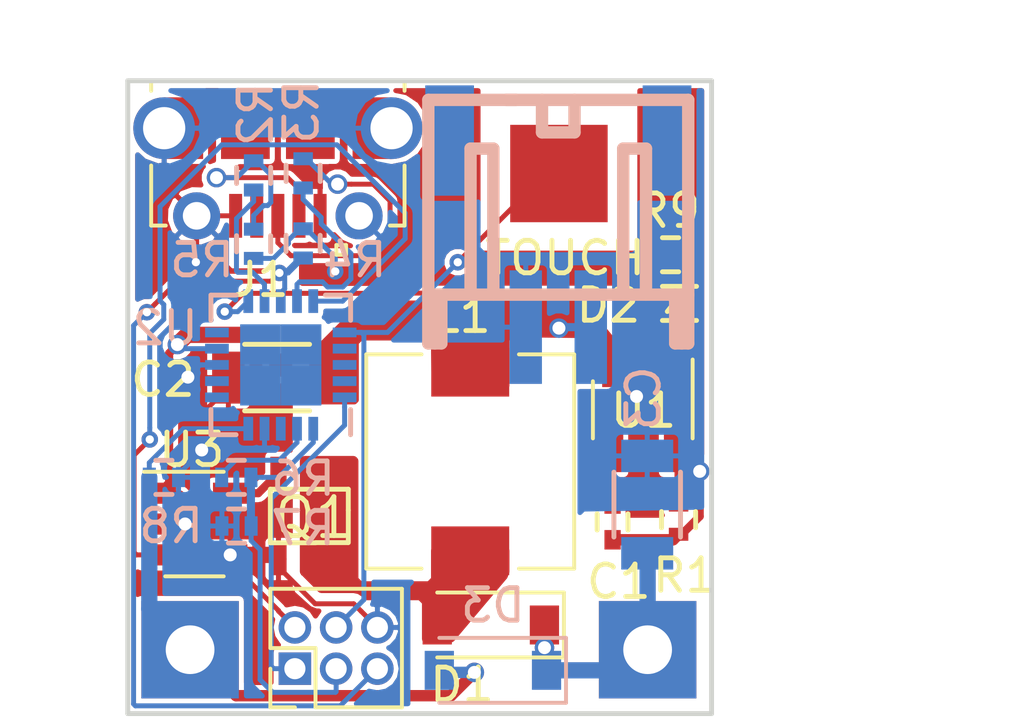
<source format=kicad_pcb>
(kicad_pcb (version 4) (host pcbnew 4.0.6)

  (general
    (links 64)
    (no_connects 1)
    (area 155.11061 104.35082 192.7949 130.990171)
    (thickness 1.6)
    (drawings 11)
    (tracks 255)
    (zones 0)
    (modules 26)
    (nets 21)
  )

  (page A4)
  (layers
    (0 F.Cu signal)
    (31 B.Cu signal)
    (32 B.Adhes user hide)
    (33 F.Adhes user hide)
    (34 B.Paste user)
    (35 F.Paste user)
    (36 B.SilkS user)
    (37 F.SilkS user)
    (38 B.Mask user)
    (39 F.Mask user)
    (40 Dwgs.User user)
    (41 Cmts.User user)
    (42 Eco1.User user)
    (43 Eco2.User user)
    (44 Edge.Cuts user)
    (45 Margin user)
    (46 B.CrtYd user hide)
    (47 F.CrtYd user hide)
    (48 B.Fab user hide)
    (49 F.Fab user)
  )

  (setup
    (last_trace_width 0.25)
    (user_trace_width 0.1524)
    (user_trace_width 0.35)
    (user_trace_width 0.5)
    (trace_clearance 0.1524)
    (zone_clearance 0.1524)
    (zone_45_only no)
    (trace_min 0.1524)
    (segment_width 0.2)
    (edge_width 0.15)
    (via_size 0.6)
    (via_drill 0.4)
    (via_min_size 0.381)
    (via_min_drill 0.254)
    (user_via 0.508 0.254)
    (uvia_size 0.3)
    (uvia_drill 0.1)
    (uvias_allowed no)
    (uvia_min_size 0.2)
    (uvia_min_drill 0.1)
    (pcb_text_width 0.3)
    (pcb_text_size 1.5 1.5)
    (mod_edge_width 0.15)
    (mod_text_size 1 1)
    (mod_text_width 0.15)
    (pad_size 1.9 1.9)
    (pad_drill 1.3)
    (pad_to_mask_clearance 0.2)
    (aux_axis_origin 127 144.78)
    (grid_origin 127 144.78)
    (visible_elements FFFFFF7F)
    (pcbplotparams
      (layerselection 0x14004_00000000)
      (usegerberextensions false)
      (excludeedgelayer true)
      (linewidth 0.100000)
      (plotframeref false)
      (viasonmask false)
      (mode 1)
      (useauxorigin false)
      (hpglpennumber 1)
      (hpglpenspeed 20)
      (hpglpendiameter 15)
      (hpglpenoverlay 2)
      (psnegative false)
      (psa4output false)
      (plotreference true)
      (plotvalue true)
      (plotinvisibletext false)
      (padsonsilk false)
      (subtractmaskfromsilk false)
      (outputformat 4)
      (mirror false)
      (drillshape 0)
      (scaleselection 1)
      (outputdirectory outputs/))
  )

  (net 0 "")
  (net 1 /LEDPAD+)
  (net 2 "Net-(D1-Pad2)")
  (net 3 VCC)
  (net 4 /D-)
  (net 5 /D+)
  (net 6 GND)
  (net 7 /MISO)
  (net 8 +BATT)
  (net 9 /SCK)
  (net 10 /MOSI)
  (net 11 /~RESET)
  (net 12 "Net-(Q1-Pad3)")
  (net 13 /~CHRG)
  (net 14 "Net-(R1-Pad1)")
  (net 15 "Net-(R6-Pad1)")
  (net 16 /LEDPAD-)
  (net 17 "Net-(R2-Pad1)")
  (net 18 "Net-(R3-Pad1)")
  (net 19 /PWM)
  (net 20 "Net-(D2-Pad2)")

  (net_class Default "This is the default net class."
    (clearance 0.1524)
    (trace_width 0.25)
    (via_dia 0.6)
    (via_drill 0.4)
    (uvia_dia 0.3)
    (uvia_drill 0.1)
    (add_net +BATT)
    (add_net /D+)
    (add_net /D-)
    (add_net /LEDPAD+)
    (add_net /LEDPAD-)
    (add_net /MISO)
    (add_net /MOSI)
    (add_net /PWM)
    (add_net /SCK)
    (add_net /~CHRG)
    (add_net /~RESET)
    (add_net GND)
    (add_net "Net-(D1-Pad2)")
    (add_net "Net-(D2-Pad2)")
    (add_net "Net-(Q1-Pad3)")
    (add_net "Net-(R1-Pad1)")
    (add_net "Net-(R2-Pad1)")
    (add_net "Net-(R3-Pad1)")
    (add_net "Net-(R6-Pad1)")
    (add_net VCC)
  )

  (module Housings_DFN_QFN:QFN-20-1EP_4x4mm_Pitch0.5mm (layer B.Cu) (tedit 54130A77) (tstamp 5947EC5E)
    (at 169.8725 115.687 90)
    (descr "20-Lead Plastic Quad Flat, No Lead Package (ML) - 4x4x0.9 mm Body [QFN]; (see Microchip Packaging Specification 00000049BS.pdf)")
    (tags "QFN 0.5")
    (path /5937B195)
    (attr smd)
    (fp_text reference U2 (at 1.133 -3.5593 180) (layer B.SilkS)
      (effects (font (size 1 1) (thickness 0.15)) (justify mirror))
    )
    (fp_text value ATTINY84A-MUR (at -0.0862 -8.6333 180) (layer B.Fab)
      (effects (font (size 1 1) (thickness 0.15)) (justify mirror))
    )
    (fp_line (start -1 2) (end 2 2) (layer B.Fab) (width 0.15))
    (fp_line (start 2 2) (end 2 -2) (layer B.Fab) (width 0.15))
    (fp_line (start 2 -2) (end -2 -2) (layer B.Fab) (width 0.15))
    (fp_line (start -2 -2) (end -2 1) (layer B.Fab) (width 0.15))
    (fp_line (start -2 1) (end -1 2) (layer B.Fab) (width 0.15))
    (fp_line (start -2.6 2.6) (end -2.6 -2.6) (layer B.CrtYd) (width 0.05))
    (fp_line (start 2.6 2.6) (end 2.6 -2.6) (layer B.CrtYd) (width 0.05))
    (fp_line (start -2.6 2.6) (end 2.6 2.6) (layer B.CrtYd) (width 0.05))
    (fp_line (start -2.6 -2.6) (end 2.6 -2.6) (layer B.CrtYd) (width 0.05))
    (fp_line (start 2.15 2.15) (end 2.15 1.375) (layer B.SilkS) (width 0.15))
    (fp_line (start -2.15 -2.15) (end -2.15 -1.375) (layer B.SilkS) (width 0.15))
    (fp_line (start 2.15 -2.15) (end 2.15 -1.375) (layer B.SilkS) (width 0.15))
    (fp_line (start -2.15 2.15) (end -1.375 2.15) (layer B.SilkS) (width 0.15))
    (fp_line (start -2.15 -2.15) (end -1.375 -2.15) (layer B.SilkS) (width 0.15))
    (fp_line (start 2.15 -2.15) (end 1.375 -2.15) (layer B.SilkS) (width 0.15))
    (fp_line (start 2.15 2.15) (end 1.375 2.15) (layer B.SilkS) (width 0.15))
    (pad 1 smd rect (at -1.965 1 90) (size 0.73 0.3) (layers B.Cu B.Paste B.Mask)
      (net 9 /SCK))
    (pad 2 smd rect (at -1.965 0.5 90) (size 0.73 0.3) (layers B.Cu B.Paste B.Mask)
      (net 15 "Net-(R6-Pad1)"))
    (pad 3 smd rect (at -1.965 0 90) (size 0.73 0.3) (layers B.Cu B.Paste B.Mask))
    (pad 4 smd rect (at -1.965 -0.5 90) (size 0.73 0.3) (layers B.Cu B.Paste B.Mask)
      (net 6 GND))
    (pad 5 smd rect (at -1.965 -1 90) (size 0.73 0.3) (layers B.Cu B.Paste B.Mask)
      (net 16 /LEDPAD-))
    (pad 6 smd rect (at -1 -1.965) (size 0.73 0.3) (layers B.Cu B.Paste B.Mask))
    (pad 7 smd rect (at -0.5 -1.965) (size 0.73 0.3) (layers B.Cu B.Paste B.Mask))
    (pad 8 smd rect (at 0 -1.965) (size 0.73 0.3) (layers B.Cu B.Paste B.Mask)
      (net 6 GND))
    (pad 9 smd rect (at 0.5 -1.965) (size 0.73 0.3) (layers B.Cu B.Paste B.Mask)
      (net 8 +BATT))
    (pad 10 smd rect (at 1 -1.965) (size 0.73 0.3) (layers B.Cu B.Paste B.Mask))
    (pad 11 smd rect (at 1.965 -1 90) (size 0.73 0.3) (layers B.Cu B.Paste B.Mask)
      (net 13 /~CHRG))
    (pad 12 smd rect (at 1.965 -0.5 90) (size 0.73 0.3) (layers B.Cu B.Paste B.Mask)
      (net 17 "Net-(R2-Pad1)"))
    (pad 13 smd rect (at 1.965 0 90) (size 0.73 0.3) (layers B.Cu B.Paste B.Mask)
      (net 11 /~RESET))
    (pad 14 smd rect (at 1.965 0.5 90) (size 0.73 0.3) (layers B.Cu B.Paste B.Mask)
      (net 18 "Net-(R3-Pad1)"))
    (pad 15 smd rect (at 1.965 1 90) (size 0.73 0.3) (layers B.Cu B.Paste B.Mask)
      (net 19 /PWM))
    (pad 16 smd rect (at 1 1.965) (size 0.73 0.3) (layers B.Cu B.Paste B.Mask)
      (net 10 /MOSI))
    (pad 17 smd rect (at 0.5 1.965) (size 0.73 0.3) (layers B.Cu B.Paste B.Mask))
    (pad 18 smd rect (at 0 1.965) (size 0.73 0.3) (layers B.Cu B.Paste B.Mask))
    (pad 19 smd rect (at -0.5 1.965) (size 0.73 0.3) (layers B.Cu B.Paste B.Mask))
    (pad 20 smd rect (at -1 1.965) (size 0.73 0.3) (layers B.Cu B.Paste B.Mask)
      (net 7 /MISO))
    (pad 21 smd rect (at 0.625 -0.625 90) (size 1.25 1.25) (layers B.Cu B.Paste B.Mask)
      (solder_paste_margin_ratio -0.2))
    (pad 21 smd rect (at 0.625 0.625 90) (size 1.25 1.25) (layers B.Cu B.Paste B.Mask)
      (solder_paste_margin_ratio -0.2))
    (pad 21 smd rect (at -0.625 -0.625 90) (size 1.25 1.25) (layers B.Cu B.Paste B.Mask)
      (solder_paste_margin_ratio -0.2))
    (pad 21 smd rect (at -0.625 0.625 90) (size 1.25 1.25) (layers B.Cu B.Paste B.Mask)
      (solder_paste_margin_ratio -0.2))
    (model Housings_DFN_QFN.3dshapes/QFN-20-1EP_4x4mm_Pitch0.5mm.wrl
      (at (xyz 0 0 0))
      (scale (xyz 1 1 1))
      (rotate (xyz 0 0 0))
    )
  )

  (module Diodes_SMD:D_SOD-123 (layer F.Cu) (tedit 58645DC7) (tstamp 5947EBC6)
    (at 176.3385 123.698 180)
    (descr SOD-123)
    (tags SOD-123)
    (path /59379BF5)
    (attr smd)
    (fp_text reference D1 (at 0.888 -1.8415 180) (layer F.SilkS)
      (effects (font (size 1 1) (thickness 0.15)))
    )
    (fp_text value BAT46 (at -0.1915 -1.9685 180) (layer F.Fab)
      (effects (font (size 1 1) (thickness 0.15)))
    )
    (fp_line (start -2.25 -1) (end -2.25 1) (layer F.SilkS) (width 0.12))
    (fp_line (start 0.25 0) (end 0.75 0) (layer F.Fab) (width 0.1))
    (fp_line (start 0.25 0.4) (end -0.35 0) (layer F.Fab) (width 0.1))
    (fp_line (start 0.25 -0.4) (end 0.25 0.4) (layer F.Fab) (width 0.1))
    (fp_line (start -0.35 0) (end 0.25 -0.4) (layer F.Fab) (width 0.1))
    (fp_line (start -0.35 0) (end -0.35 0.55) (layer F.Fab) (width 0.1))
    (fp_line (start -0.35 0) (end -0.35 -0.55) (layer F.Fab) (width 0.1))
    (fp_line (start -0.75 0) (end -0.35 0) (layer F.Fab) (width 0.1))
    (fp_line (start -1.4 0.9) (end -1.4 -0.9) (layer F.Fab) (width 0.1))
    (fp_line (start 1.4 0.9) (end -1.4 0.9) (layer F.Fab) (width 0.1))
    (fp_line (start 1.4 -0.9) (end 1.4 0.9) (layer F.Fab) (width 0.1))
    (fp_line (start -1.4 -0.9) (end 1.4 -0.9) (layer F.Fab) (width 0.1))
    (fp_line (start -2.35 -1.15) (end 2.35 -1.15) (layer F.CrtYd) (width 0.05))
    (fp_line (start 2.35 -1.15) (end 2.35 1.15) (layer F.CrtYd) (width 0.05))
    (fp_line (start 2.35 1.15) (end -2.35 1.15) (layer F.CrtYd) (width 0.05))
    (fp_line (start -2.35 -1.15) (end -2.35 1.15) (layer F.CrtYd) (width 0.05))
    (fp_line (start -2.25 1) (end 1.65 1) (layer F.SilkS) (width 0.12))
    (fp_line (start -2.25 -1) (end 1.65 -1) (layer F.SilkS) (width 0.12))
    (pad 1 smd rect (at -1.65 0 180) (size 0.9 1.2) (layers F.Cu F.Paste F.Mask)
      (net 1 /LEDPAD+))
    (pad 2 smd rect (at 1.65 0 180) (size 0.9 1.2) (layers F.Cu F.Paste F.Mask)
      (net 2 "Net-(D1-Pad2)"))
    (model ${KISYS3DMOD}/Diodes_SMD.3dshapes/D_SOD-123.wrl
      (at (xyz 0 0 0))
      (scale (xyz 1 1 1))
      (rotate (xyz 0 0 0))
    )
  )

  (module Pin_Headers:Pin_Header_Straight_2x03_Pitch1.27mm (layer F.Cu) (tedit 594367BB) (tstamp 5947EBF6)
    (at 170.307 125.0442 90)
    (descr "Through hole straight pin header, 2x03, 1.27mm pitch, double rows")
    (tags "Through hole pin header THT 2x03 1.27mm double row")
    (path /5937D5A9)
    (fp_text reference J2 (at 0.635 -1.755 90) (layer F.SilkS) hide
      (effects (font (size 1 1) (thickness 0.15)))
    )
    (fp_text value ISP_CONN_02X03 (at 0.635 4.295 90) (layer F.Fab) hide
      (effects (font (size 1 1) (thickness 0.15)))
    )
    (fp_line (start -1.07 -0.635) (end -1.07 3.175) (layer F.Fab) (width 0.1))
    (fp_line (start -1.07 3.175) (end 2.34 3.175) (layer F.Fab) (width 0.1))
    (fp_line (start 2.34 3.175) (end 2.34 -0.635) (layer F.Fab) (width 0.1))
    (fp_line (start 2.34 -0.635) (end -1.07 -0.635) (layer F.Fab) (width 0.1))
    (fp_line (start -1.19 0.635) (end -1.19 3.295) (layer F.SilkS) (width 0.12))
    (fp_line (start -1.19 3.295) (end 2.46 3.295) (layer F.SilkS) (width 0.12))
    (fp_line (start 2.46 3.295) (end 2.46 -0.755) (layer F.SilkS) (width 0.12))
    (fp_line (start 2.46 -0.755) (end 0.635 -0.755) (layer F.SilkS) (width 0.12))
    (fp_line (start 0.635 -0.755) (end 0.635 0.635) (layer F.SilkS) (width 0.12))
    (fp_line (start 0.635 0.635) (end -1.19 0.635) (layer F.SilkS) (width 0.12))
    (fp_line (start -1.19 0) (end -1.19 -0.755) (layer F.SilkS) (width 0.12))
    (fp_line (start -1.19 -0.755) (end 0 -0.755) (layer F.SilkS) (width 0.12))
    (fp_line (start -1.4 -0.9) (end -1.4 3.5) (layer F.CrtYd) (width 0.05))
    (fp_line (start -1.4 3.5) (end 2.6 3.5) (layer F.CrtYd) (width 0.05))
    (fp_line (start 2.6 3.5) (end 2.6 -0.9) (layer F.CrtYd) (width 0.05))
    (fp_line (start 2.6 -0.9) (end -1.4 -0.9) (layer F.CrtYd) (width 0.05))
    (pad 1 thru_hole rect (at 0 0 90) (size 1 1) (drill 0.65) (layers *.Cu *.Mask)
      (net 7 /MISO))
    (pad 2 thru_hole oval (at 1.27 0 90) (size 1 1) (drill 0.65) (layers *.Cu *.Mask)
      (net 8 +BATT))
    (pad 3 thru_hole oval (at 0 1.27 90) (size 1 1) (drill 0.65) (layers *.Cu *.Mask)
      (net 9 /SCK))
    (pad 4 thru_hole oval (at 1.27 1.27 90) (size 1 1) (drill 0.65) (layers *.Cu *.Mask)
      (net 10 /MOSI))
    (pad 5 thru_hole oval (at 0 2.54 90) (size 1 1) (drill 0.65) (layers *.Cu *.Mask)
      (net 11 /~RESET))
    (pad 6 thru_hole oval (at 1.27 2.54 90) (size 1 1) (drill 0.65) (layers *.Cu *.Mask)
      (net 6 GND))
    (model Pin_Headers.3dshapes/Pin_Header_Straight_2x03_Pitch1.27mm.wrl
      (at (xyz 0 0 0))
      (scale (xyz 1 1 1))
      (rotate (xyz 0 0 0))
    )
  )

  (module Inductors_SMD:L_6.3x6.3_H3 (layer F.Cu) (tedit 587CD5EE) (tstamp 5947EC0E)
    (at 175.7045 118.662 90)
    (descr "Choke, SMD, 6.3x6.3mm 3mm height")
    (tags "Choke SMD")
    (path /59379B7B)
    (attr smd)
    (fp_text reference L1 (at 4.489 -0.254 180) (layer F.SilkS)
      (effects (font (size 1 1) (thickness 0.15)))
    )
    (fp_text value 50u (at -0.0068 0.0635 90) (layer F.Fab)
      (effects (font (size 1 1) (thickness 0.15)))
    )
    (fp_line (start 3.3 1.5) (end 3.3 3.2) (layer F.SilkS) (width 0.12))
    (fp_line (start 3.3 3.2) (end -3.3 3.2) (layer F.SilkS) (width 0.12))
    (fp_line (start -3.3 3.2) (end -3.3 1.5) (layer F.SilkS) (width 0.12))
    (fp_line (start -3.3 -1.5) (end -3.3 -3.2) (layer F.SilkS) (width 0.12))
    (fp_line (start -3.3 -3.2) (end 3.3 -3.2) (layer F.SilkS) (width 0.12))
    (fp_line (start 3.3 -3.2) (end 3.3 -1.5) (layer F.SilkS) (width 0.12))
    (fp_line (start -3.75 -3.4) (end -3.75 3.4) (layer F.CrtYd) (width 0.05))
    (fp_line (start -3.75 3.4) (end 3.75 3.4) (layer F.CrtYd) (width 0.05))
    (fp_line (start 3.75 3.4) (end 3.75 -3.4) (layer F.CrtYd) (width 0.05))
    (fp_line (start 3.75 -3.4) (end -3.75 -3.4) (layer F.CrtYd) (width 0.05))
    (fp_line (start 3.15 3.15) (end 3.15 1.5) (layer F.Fab) (width 0.1))
    (fp_line (start 3.15 -3.15) (end 3.15 -1.5) (layer F.Fab) (width 0.1))
    (fp_line (start -3.15 3.15) (end -3.15 1.5) (layer F.Fab) (width 0.1))
    (fp_line (start -3.15 -3.15) (end -3.15 -1.5) (layer F.Fab) (width 0.1))
    (fp_line (start -3.15 -3.15) (end 3.15 -3.15) (layer F.Fab) (width 0.1))
    (fp_line (start -3.15 3.15) (end 3.15 3.15) (layer F.Fab) (width 0.1))
    (fp_arc (start 0 0) (end -1.91 -1.91) (angle 90) (layer F.Fab) (width 0.1))
    (fp_arc (start 0 0) (end 1.91 1.91) (angle 90) (layer F.Fab) (width 0.1))
    (pad 1 smd rect (at -2.75 0 90) (size 1.5 2.4) (layers F.Cu F.Paste F.Mask)
      (net 2 "Net-(D1-Pad2)"))
    (pad 2 smd rect (at 2.75 0 90) (size 1.5 2.4) (layers F.Cu F.Paste F.Mask)
      (net 8 +BATT))
  )

  (module Housings_SSOP:TSOP-6 (layer F.Cu) (tedit 595724CD) (tstamp 5947EC1E)
    (at 170.7515 120.341 180)
    (path /59379ACD)
    (fp_text reference Q1 (at -0.127 -0.055 360) (layer F.SilkS)
      (effects (font (size 1.2 1.2) (thickness 0.15)))
    )
    (fp_text value Si3476DV (at -0.1905 -2.0362 180) (layer F.Fab)
      (effects (font (size 0.8 0.8) (thickness 0.15)))
    )
    (fp_line (start -1.2 -0.82) (end -1.2 0.18) (layer F.SilkS) (width 0.15))
    (fp_line (start -0.2 -0.82) (end -1.19 -0.82) (layer F.SilkS) (width 0.15))
    (fp_line (start -1.2 0.175) (end -1.2 0.825) (layer F.SilkS) (width 0.15))
    (fp_line (start -1.2 0.825) (end 1.2 0.825) (layer F.SilkS) (width 0.15))
    (fp_line (start 1.2 0.825) (end 1.2 -0.825) (layer F.SilkS) (width 0.15))
    (fp_line (start 1.2 -0.825) (end -0.2 -0.825) (layer F.SilkS) (width 0.15))
    (pad 6 smd rect (at -0.95 -1.325 180) (size 0.5 1) (layers F.Cu F.Paste F.Mask)
      (net 2 "Net-(D1-Pad2)"))
    (pad 1 smd rect (at -0.95 1.325 180) (size 0.5 1) (layers F.Cu F.Paste F.Mask)
      (net 2 "Net-(D1-Pad2)"))
    (pad 5 smd rect (at 0 -1.325 180) (size 0.5 1) (layers F.Cu F.Paste F.Mask)
      (net 2 "Net-(D1-Pad2)"))
    (pad 2 smd rect (at 0 1.325 180) (size 0.5 1) (layers F.Cu F.Paste F.Mask)
      (net 2 "Net-(D1-Pad2)"))
    (pad 4 smd rect (at 0.95 -1.325 180) (size 0.5 1) (layers F.Cu F.Paste F.Mask)
      (net 6 GND))
    (pad 3 smd rect (at 0.95 1.325 180) (size 0.5 1) (layers F.Cu F.Paste F.Mask)
      (net 12 "Net-(Q1-Pad3)"))
  )

  (module TO_SOT_Packages_SMD:TSOT-23-5 (layer F.Cu) (tedit 588357EE) (tstamp 5947EC32)
    (at 181.041 117.0705 270)
    (descr "5-pin TSOT23 package, http://cds.linear.com/docs/en/packaging/SOT_5_05-08-1635.pdf")
    (tags TSOT-23-5)
    (path /592D00F3)
    (attr smd)
    (fp_text reference U1 (at 0.0235 0.0025 360) (layer F.SilkS)
      (effects (font (size 1 1) (thickness 0.15)))
    )
    (fp_text value LTC4054-4.2 (at 0.1505 -6.6015 360) (layer F.Fab)
      (effects (font (size 1 1) (thickness 0.15)))
    )
    (fp_line (start -0.88 1.56) (end 0.88 1.56) (layer F.SilkS) (width 0.12))
    (fp_line (start 0.88 -1.51) (end -1.55 -1.51) (layer F.SilkS) (width 0.12))
    (fp_line (start -0.88 -1) (end -0.43 -1.45) (layer F.Fab) (width 0.1))
    (fp_line (start 0.88 -1.45) (end -0.43 -1.45) (layer F.Fab) (width 0.1))
    (fp_line (start -0.88 -1) (end -0.88 1.45) (layer F.Fab) (width 0.1))
    (fp_line (start 0.88 1.45) (end -0.88 1.45) (layer F.Fab) (width 0.1))
    (fp_line (start 0.88 -1.45) (end 0.88 1.45) (layer F.Fab) (width 0.1))
    (fp_line (start -2.17 -1.7) (end 2.17 -1.7) (layer F.CrtYd) (width 0.05))
    (fp_line (start -2.17 -1.7) (end -2.17 1.7) (layer F.CrtYd) (width 0.05))
    (fp_line (start 2.17 1.7) (end 2.17 -1.7) (layer F.CrtYd) (width 0.05))
    (fp_line (start 2.17 1.7) (end -2.17 1.7) (layer F.CrtYd) (width 0.05))
    (pad 1 smd rect (at -1.31 -0.95 270) (size 1.22 0.65) (layers F.Cu F.Paste F.Mask)
      (net 13 /~CHRG))
    (pad 2 smd rect (at -1.31 0 270) (size 1.22 0.65) (layers F.Cu F.Paste F.Mask)
      (net 6 GND))
    (pad 3 smd rect (at -1.31 0.95 270) (size 1.22 0.65) (layers F.Cu F.Paste F.Mask)
      (net 8 +BATT))
    (pad 4 smd rect (at 1.31 0.95 270) (size 1.22 0.65) (layers F.Cu F.Paste F.Mask)
      (net 3 VCC))
    (pad 5 smd rect (at 1.31 -0.95 270) (size 1.22 0.65) (layers F.Cu F.Paste F.Mask)
      (net 14 "Net-(R1-Pad1)"))
  )

  (module TO_SOT_Packages_SMD:SOT-23-5 (layer F.Cu) (tedit 583F3A3F) (tstamp 5947EC71)
    (at 167.216 120.589)
    (descr "5-pin SOT23 package")
    (tags SOT-23-5)
    (path /5937804B)
    (attr smd)
    (fp_text reference U3 (at -0.084 -2.2885) (layer F.SilkS)
      (effects (font (size 1 1) (thickness 0.15)))
    )
    (fp_text value FAN3100c (at 0.0176 -2.5806) (layer F.Fab)
      (effects (font (size 1 1) (thickness 0.15)))
    )
    (fp_line (start -0.9 1.61) (end 0.9 1.61) (layer F.SilkS) (width 0.12))
    (fp_line (start 0.9 -1.61) (end -1.55 -1.61) (layer F.SilkS) (width 0.12))
    (fp_line (start -1.9 -1.8) (end 1.9 -1.8) (layer F.CrtYd) (width 0.05))
    (fp_line (start 1.9 -1.8) (end 1.9 1.8) (layer F.CrtYd) (width 0.05))
    (fp_line (start 1.9 1.8) (end -1.9 1.8) (layer F.CrtYd) (width 0.05))
    (fp_line (start -1.9 1.8) (end -1.9 -1.8) (layer F.CrtYd) (width 0.05))
    (fp_line (start 0.9 -1.55) (end -0.9 -1.55) (layer F.Fab) (width 0.15))
    (fp_line (start -0.9 -1.55) (end -0.9 1.55) (layer F.Fab) (width 0.15))
    (fp_line (start 0.9 1.55) (end -0.9 1.55) (layer F.Fab) (width 0.15))
    (fp_line (start 0.9 -1.55) (end 0.9 1.55) (layer F.Fab) (width 0.15))
    (pad 1 smd rect (at -1.1 -0.95) (size 1.06 0.65) (layers F.Cu F.Paste F.Mask)
      (net 8 +BATT))
    (pad 2 smd rect (at -1.1 0) (size 1.06 0.65) (layers F.Cu F.Paste F.Mask)
      (net 6 GND))
    (pad 3 smd rect (at -1.1 0.95) (size 1.06 0.65) (layers F.Cu F.Paste F.Mask)
      (net 19 /PWM))
    (pad 4 smd rect (at 1.1 0.95) (size 1.06 0.65) (layers F.Cu F.Paste F.Mask)
      (net 6 GND))
    (pad 5 smd rect (at 1.1 -0.95) (size 1.06 0.65) (layers F.Cu F.Paste F.Mask)
      (net 12 "Net-(Q1-Pad3)"))
    (model TO_SOT_Packages_SMD.3dshapes/SOT-23-5.wrl
      (at (xyz 0 0 0))
      (scale (xyz 1 1 1))
      (rotate (xyz 0 0 0))
    )
  )

  (module Capacitors_SMD:C_0402 (layer F.Cu) (tedit 5415D599) (tstamp 5953CC7C)
    (at 180.086 120.523 270)
    (descr "Capacitor SMD 0402, reflow soldering, AVX (see smccp.pdf)")
    (tags "capacitor 0402")
    (path /5937AB5E)
    (attr smd)
    (fp_text reference C1 (at 1.8415 -0.1905 360) (layer F.SilkS)
      (effects (font (size 1 1) (thickness 0.15)))
    )
    (fp_text value 1u (at 1.524 -0.127 360) (layer F.Fab)
      (effects (font (size 1 1) (thickness 0.15)))
    )
    (fp_line (start -0.5 0.25) (end -0.5 -0.25) (layer F.Fab) (width 0.15))
    (fp_line (start 0.5 0.25) (end -0.5 0.25) (layer F.Fab) (width 0.15))
    (fp_line (start 0.5 -0.25) (end 0.5 0.25) (layer F.Fab) (width 0.15))
    (fp_line (start -0.5 -0.25) (end 0.5 -0.25) (layer F.Fab) (width 0.15))
    (fp_line (start -1.15 -0.6) (end 1.15 -0.6) (layer F.CrtYd) (width 0.05))
    (fp_line (start -1.15 0.6) (end 1.15 0.6) (layer F.CrtYd) (width 0.05))
    (fp_line (start -1.15 -0.6) (end -1.15 0.6) (layer F.CrtYd) (width 0.05))
    (fp_line (start 1.15 -0.6) (end 1.15 0.6) (layer F.CrtYd) (width 0.05))
    (fp_line (start 0.25 -0.475) (end -0.25 -0.475) (layer F.SilkS) (width 0.15))
    (fp_line (start -0.25 0.475) (end 0.25 0.475) (layer F.SilkS) (width 0.15))
    (pad 1 smd rect (at -0.55 0 270) (size 0.6 0.5) (layers F.Cu F.Paste F.Mask)
      (net 3 VCC))
    (pad 2 smd rect (at 0.55 0 270) (size 0.6 0.5) (layers F.Cu F.Paste F.Mask)
      (net 6 GND))
    (model Capacitors_SMD.3dshapes/C_0402.wrl
      (at (xyz 0 0 0))
      (scale (xyz 1 1 1))
      (rotate (xyz 0 0 0))
    )
  )

  (module Capacitors_SMD:C_1206 (layer F.Cu) (tedit 5415D7BD) (tstamp 5953CC82)
    (at 169.7595 116.078 180)
    (descr "Capacitor SMD 1206, reflow soldering, AVX (see smccp.pdf)")
    (tags "capacitor 1206")
    (path /59379C6E)
    (attr smd)
    (fp_text reference C2 (at 3.5165 -0.0635 180) (layer F.SilkS)
      (effects (font (size 1 1) (thickness 0.15)))
    )
    (fp_text value 100u (at -0.0649 1.7272 180) (layer F.Fab)
      (effects (font (size 1 1) (thickness 0.15)))
    )
    (fp_line (start -1.6 0.8) (end -1.6 -0.8) (layer F.Fab) (width 0.15))
    (fp_line (start 1.6 0.8) (end -1.6 0.8) (layer F.Fab) (width 0.15))
    (fp_line (start 1.6 -0.8) (end 1.6 0.8) (layer F.Fab) (width 0.15))
    (fp_line (start -1.6 -0.8) (end 1.6 -0.8) (layer F.Fab) (width 0.15))
    (fp_line (start -2.3 -1.15) (end 2.3 -1.15) (layer F.CrtYd) (width 0.05))
    (fp_line (start -2.3 1.15) (end 2.3 1.15) (layer F.CrtYd) (width 0.05))
    (fp_line (start -2.3 -1.15) (end -2.3 1.15) (layer F.CrtYd) (width 0.05))
    (fp_line (start 2.3 -1.15) (end 2.3 1.15) (layer F.CrtYd) (width 0.05))
    (fp_line (start 1 -1.025) (end -1 -1.025) (layer F.SilkS) (width 0.15))
    (fp_line (start -1 1.025) (end 1 1.025) (layer F.SilkS) (width 0.15))
    (pad 1 smd rect (at -1.5 0 180) (size 1 1.6) (layers F.Cu F.Paste F.Mask)
      (net 8 +BATT))
    (pad 2 smd rect (at 1.5 0 180) (size 1 1.6) (layers F.Cu F.Paste F.Mask)
      (net 6 GND))
    (model Capacitors_SMD.3dshapes/C_1206.wrl
      (at (xyz 0 0 0))
      (scale (xyz 1 1 1))
      (rotate (xyz 0 0 0))
    )
  )

  (module Capacitors_SMD:C_1206 (layer B.Cu) (tedit 5415D7BD) (tstamp 5953CC88)
    (at 181.1528 119.9896 90)
    (descr "Capacitor SMD 1206, reflow soldering, AVX (see smccp.pdf)")
    (tags "capacitor 1206")
    (path /59379CB5)
    (attr smd)
    (fp_text reference C3 (at 3.2766 -0.1143 90) (layer B.SilkS)
      (effects (font (size 1 1) (thickness 0.15)) (justify mirror))
    )
    (fp_text value 1u (at 2.8448 -0.1016 90) (layer B.Fab)
      (effects (font (size 1 1) (thickness 0.15)) (justify mirror))
    )
    (fp_line (start -1.6 -0.8) (end -1.6 0.8) (layer B.Fab) (width 0.15))
    (fp_line (start 1.6 -0.8) (end -1.6 -0.8) (layer B.Fab) (width 0.15))
    (fp_line (start 1.6 0.8) (end 1.6 -0.8) (layer B.Fab) (width 0.15))
    (fp_line (start -1.6 0.8) (end 1.6 0.8) (layer B.Fab) (width 0.15))
    (fp_line (start -2.3 1.15) (end 2.3 1.15) (layer B.CrtYd) (width 0.05))
    (fp_line (start -2.3 -1.15) (end 2.3 -1.15) (layer B.CrtYd) (width 0.05))
    (fp_line (start -2.3 1.15) (end -2.3 -1.15) (layer B.CrtYd) (width 0.05))
    (fp_line (start 2.3 1.15) (end 2.3 -1.15) (layer B.CrtYd) (width 0.05))
    (fp_line (start 1 1.025) (end -1 1.025) (layer B.SilkS) (width 0.15))
    (fp_line (start -1 -1.025) (end 1 -1.025) (layer B.SilkS) (width 0.15))
    (pad 1 smd rect (at -1.5 0 90) (size 1 1.6) (layers B.Cu B.Paste B.Mask)
      (net 1 /LEDPAD+))
    (pad 2 smd rect (at 1.5 0 90) (size 1 1.6) (layers B.Cu B.Paste B.Mask)
      (net 6 GND))
    (model Capacitors_SMD.3dshapes/C_1206.wrl
      (at (xyz 0 0 0))
      (scale (xyz 1 1 1))
      (rotate (xyz 0 0 0))
    )
  )

  (module Resistors_SMD:R_0402 (layer F.Cu) (tedit 58307A8A) (tstamp 5953CC9B)
    (at 182.118 120.454 270)
    (descr "Resistor SMD 0402, reflow soldering, Vishay (see dcrcw.pdf)")
    (tags "resistor 0402")
    (path /5937AEFD)
    (attr smd)
    (fp_text reference R1 (at 1.72 -0.1905 360) (layer F.SilkS)
      (effects (font (size 1 1) (thickness 0.15)))
    )
    (fp_text value 1k2 (at -0.058 -1.8288 360) (layer F.Fab)
      (effects (font (size 1 1) (thickness 0.15)))
    )
    (fp_line (start -0.5 0.25) (end -0.5 -0.25) (layer F.Fab) (width 0.1))
    (fp_line (start 0.5 0.25) (end -0.5 0.25) (layer F.Fab) (width 0.1))
    (fp_line (start 0.5 -0.25) (end 0.5 0.25) (layer F.Fab) (width 0.1))
    (fp_line (start -0.5 -0.25) (end 0.5 -0.25) (layer F.Fab) (width 0.1))
    (fp_line (start -0.95 -0.65) (end 0.95 -0.65) (layer F.CrtYd) (width 0.05))
    (fp_line (start -0.95 0.65) (end 0.95 0.65) (layer F.CrtYd) (width 0.05))
    (fp_line (start -0.95 -0.65) (end -0.95 0.65) (layer F.CrtYd) (width 0.05))
    (fp_line (start 0.95 -0.65) (end 0.95 0.65) (layer F.CrtYd) (width 0.05))
    (fp_line (start 0.25 -0.525) (end -0.25 -0.525) (layer F.SilkS) (width 0.15))
    (fp_line (start -0.25 0.525) (end 0.25 0.525) (layer F.SilkS) (width 0.15))
    (pad 1 smd rect (at -0.45 0 270) (size 0.4 0.6) (layers F.Cu F.Paste F.Mask)
      (net 14 "Net-(R1-Pad1)"))
    (pad 2 smd rect (at 0.45 0 270) (size 0.4 0.6) (layers F.Cu F.Paste F.Mask)
      (net 6 GND))
    (model Resistors_SMD.3dshapes/R_0402.wrl
      (at (xyz 0 0 0))
      (scale (xyz 1 1 1))
      (rotate (xyz 0 0 0))
    )
  )

  (module Resistors_SMD:R_0402 (layer B.Cu) (tedit 58307A8A) (tstamp 5953CCA1)
    (at 169.037 109.8495 90)
    (descr "Resistor SMD 0402, reflow soldering, Vishay (see dcrcw.pdf)")
    (tags "resistor 0402")
    (path /5937B38D)
    (attr smd)
    (fp_text reference R2 (at 1.8868 0.0635 90) (layer B.SilkS)
      (effects (font (size 1 1) (thickness 0.15)) (justify mirror))
    )
    (fp_text value 68R (at 2.5853 -0.0635 90) (layer B.Fab)
      (effects (font (size 1 1) (thickness 0.15)) (justify mirror))
    )
    (fp_line (start -0.5 -0.25) (end -0.5 0.25) (layer B.Fab) (width 0.1))
    (fp_line (start 0.5 -0.25) (end -0.5 -0.25) (layer B.Fab) (width 0.1))
    (fp_line (start 0.5 0.25) (end 0.5 -0.25) (layer B.Fab) (width 0.1))
    (fp_line (start -0.5 0.25) (end 0.5 0.25) (layer B.Fab) (width 0.1))
    (fp_line (start -0.95 0.65) (end 0.95 0.65) (layer B.CrtYd) (width 0.05))
    (fp_line (start -0.95 -0.65) (end 0.95 -0.65) (layer B.CrtYd) (width 0.05))
    (fp_line (start -0.95 0.65) (end -0.95 -0.65) (layer B.CrtYd) (width 0.05))
    (fp_line (start 0.95 0.65) (end 0.95 -0.65) (layer B.CrtYd) (width 0.05))
    (fp_line (start 0.25 0.525) (end -0.25 0.525) (layer B.SilkS) (width 0.15))
    (fp_line (start -0.25 -0.525) (end 0.25 -0.525) (layer B.SilkS) (width 0.15))
    (pad 1 smd rect (at -0.45 0 90) (size 0.4 0.6) (layers B.Cu B.Paste B.Mask)
      (net 17 "Net-(R2-Pad1)"))
    (pad 2 smd rect (at 0.45 0 90) (size 0.4 0.6) (layers B.Cu B.Paste B.Mask)
      (net 4 /D-))
    (model Resistors_SMD.3dshapes/R_0402.wrl
      (at (xyz 0 0 0))
      (scale (xyz 1 1 1))
      (rotate (xyz 0 0 0))
    )
  )

  (module Resistors_SMD:R_0402 (layer B.Cu) (tedit 58307A8A) (tstamp 5953CCA7)
    (at 170.561 109.786 90)
    (descr "Resistor SMD 0402, reflow soldering, Vishay (see dcrcw.pdf)")
    (tags "resistor 0402")
    (path /5937B422)
    (attr smd)
    (fp_text reference R3 (at 1.8995 -0.0508 90) (layer B.SilkS)
      (effects (font (size 1 1) (thickness 0.15)) (justify mirror))
    )
    (fp_text value 68R (at 2.6035 0.0127 90) (layer B.Fab)
      (effects (font (size 1 1) (thickness 0.15)) (justify mirror))
    )
    (fp_line (start -0.5 -0.25) (end -0.5 0.25) (layer B.Fab) (width 0.1))
    (fp_line (start 0.5 -0.25) (end -0.5 -0.25) (layer B.Fab) (width 0.1))
    (fp_line (start 0.5 0.25) (end 0.5 -0.25) (layer B.Fab) (width 0.1))
    (fp_line (start -0.5 0.25) (end 0.5 0.25) (layer B.Fab) (width 0.1))
    (fp_line (start -0.95 0.65) (end 0.95 0.65) (layer B.CrtYd) (width 0.05))
    (fp_line (start -0.95 -0.65) (end 0.95 -0.65) (layer B.CrtYd) (width 0.05))
    (fp_line (start -0.95 0.65) (end -0.95 -0.65) (layer B.CrtYd) (width 0.05))
    (fp_line (start 0.95 0.65) (end 0.95 -0.65) (layer B.CrtYd) (width 0.05))
    (fp_line (start 0.25 0.525) (end -0.25 0.525) (layer B.SilkS) (width 0.15))
    (fp_line (start -0.25 -0.525) (end 0.25 -0.525) (layer B.SilkS) (width 0.15))
    (pad 1 smd rect (at -0.45 0 90) (size 0.4 0.6) (layers B.Cu B.Paste B.Mask)
      (net 18 "Net-(R3-Pad1)"))
    (pad 2 smd rect (at 0.45 0 90) (size 0.4 0.6) (layers B.Cu B.Paste B.Mask)
      (net 5 /D+))
    (model Resistors_SMD.3dshapes/R_0402.wrl
      (at (xyz 0 0 0))
      (scale (xyz 1 1 1))
      (rotate (xyz 0 0 0))
    )
  )

  (module Resistors_SMD:R_0402 (layer B.Cu) (tedit 58307A8A) (tstamp 5953CCAD)
    (at 170.561 111.945 90)
    (descr "Resistor SMD 0402, reflow soldering, Vishay (see dcrcw.pdf)")
    (tags "resistor 0402")
    (path /5937B963)
    (attr smd)
    (fp_text reference R4 (at -0.5135 1.5875 180) (layer B.SilkS)
      (effects (font (size 1 1) (thickness 0.15)) (justify mirror))
    )
    (fp_text value 10k (at 0.0326 1.9558 180) (layer B.Fab)
      (effects (font (size 1 1) (thickness 0.15)) (justify mirror))
    )
    (fp_line (start -0.5 -0.25) (end -0.5 0.25) (layer B.Fab) (width 0.1))
    (fp_line (start 0.5 -0.25) (end -0.5 -0.25) (layer B.Fab) (width 0.1))
    (fp_line (start 0.5 0.25) (end 0.5 -0.25) (layer B.Fab) (width 0.1))
    (fp_line (start -0.5 0.25) (end 0.5 0.25) (layer B.Fab) (width 0.1))
    (fp_line (start -0.95 0.65) (end 0.95 0.65) (layer B.CrtYd) (width 0.05))
    (fp_line (start -0.95 -0.65) (end 0.95 -0.65) (layer B.CrtYd) (width 0.05))
    (fp_line (start -0.95 0.65) (end -0.95 -0.65) (layer B.CrtYd) (width 0.05))
    (fp_line (start 0.95 0.65) (end 0.95 -0.65) (layer B.CrtYd) (width 0.05))
    (fp_line (start 0.25 0.525) (end -0.25 0.525) (layer B.SilkS) (width 0.15))
    (fp_line (start -0.25 -0.525) (end 0.25 -0.525) (layer B.SilkS) (width 0.15))
    (pad 1 smd rect (at -0.45 0 90) (size 0.4 0.6) (layers B.Cu B.Paste B.Mask)
      (net 11 /~RESET))
    (pad 2 smd rect (at 0.45 0 90) (size 0.4 0.6) (layers B.Cu B.Paste B.Mask)
      (net 3 VCC))
    (model Resistors_SMD.3dshapes/R_0402.wrl
      (at (xyz 0 0 0))
      (scale (xyz 1 1 1))
      (rotate (xyz 0 0 0))
    )
  )

  (module Resistors_SMD:R_0402 (layer B.Cu) (tedit 58307A8A) (tstamp 5953CCB3)
    (at 169.037 111.956 90)
    (descr "Resistor SMD 0402, reflow soldering, Vishay (see dcrcw.pdf)")
    (tags "resistor 0402")
    (path /5937B6B0)
    (attr smd)
    (fp_text reference R5 (at -0.5025 -1.5875 180) (layer B.SilkS)
      (effects (font (size 1 1) (thickness 0.15)) (justify mirror))
    )
    (fp_text value 2k2 (at -0.0072 -2.159 180) (layer B.Fab)
      (effects (font (size 1 1) (thickness 0.15)) (justify mirror))
    )
    (fp_line (start -0.5 -0.25) (end -0.5 0.25) (layer B.Fab) (width 0.1))
    (fp_line (start 0.5 -0.25) (end -0.5 -0.25) (layer B.Fab) (width 0.1))
    (fp_line (start 0.5 0.25) (end 0.5 -0.25) (layer B.Fab) (width 0.1))
    (fp_line (start -0.5 0.25) (end 0.5 0.25) (layer B.Fab) (width 0.1))
    (fp_line (start -0.95 0.65) (end 0.95 0.65) (layer B.CrtYd) (width 0.05))
    (fp_line (start -0.95 -0.65) (end 0.95 -0.65) (layer B.CrtYd) (width 0.05))
    (fp_line (start -0.95 0.65) (end -0.95 -0.65) (layer B.CrtYd) (width 0.05))
    (fp_line (start 0.95 0.65) (end 0.95 -0.65) (layer B.CrtYd) (width 0.05))
    (fp_line (start 0.25 0.525) (end -0.25 0.525) (layer B.SilkS) (width 0.15))
    (fp_line (start -0.25 -0.525) (end 0.25 -0.525) (layer B.SilkS) (width 0.15))
    (pad 1 smd rect (at -0.45 0 90) (size 0.4 0.6) (layers B.Cu B.Paste B.Mask)
      (net 3 VCC))
    (pad 2 smd rect (at 0.45 0 90) (size 0.4 0.6) (layers B.Cu B.Paste B.Mask)
      (net 4 /D-))
    (model Resistors_SMD.3dshapes/R_0402.wrl
      (at (xyz 0 0 0))
      (scale (xyz 1 1 1))
      (rotate (xyz 0 0 0))
    )
  )

  (module Resistors_SMD:R_0402 (layer B.Cu) (tedit 58307A8A) (tstamp 5953CCB9)
    (at 168.5036 119.1514)
    (descr "Resistor SMD 0402, reflow soldering, Vishay (see dcrcw.pdf)")
    (tags "resistor 0402")
    (path /5937C7B6)
    (attr smd)
    (fp_text reference R6 (at 2.0574 0.0381) (layer B.SilkS)
      (effects (font (size 1 1) (thickness 0.15)) (justify mirror))
    )
    (fp_text value 330k (at 2.5654 -0.0254) (layer B.Fab)
      (effects (font (size 1 1) (thickness 0.15)) (justify mirror))
    )
    (fp_line (start -0.5 -0.25) (end -0.5 0.25) (layer B.Fab) (width 0.1))
    (fp_line (start 0.5 -0.25) (end -0.5 -0.25) (layer B.Fab) (width 0.1))
    (fp_line (start 0.5 0.25) (end 0.5 -0.25) (layer B.Fab) (width 0.1))
    (fp_line (start -0.5 0.25) (end 0.5 0.25) (layer B.Fab) (width 0.1))
    (fp_line (start -0.95 0.65) (end 0.95 0.65) (layer B.CrtYd) (width 0.05))
    (fp_line (start -0.95 -0.65) (end 0.95 -0.65) (layer B.CrtYd) (width 0.05))
    (fp_line (start -0.95 0.65) (end -0.95 -0.65) (layer B.CrtYd) (width 0.05))
    (fp_line (start 0.95 0.65) (end 0.95 -0.65) (layer B.CrtYd) (width 0.05))
    (fp_line (start 0.25 0.525) (end -0.25 0.525) (layer B.SilkS) (width 0.15))
    (fp_line (start -0.25 -0.525) (end 0.25 -0.525) (layer B.SilkS) (width 0.15))
    (pad 1 smd rect (at -0.45 0) (size 0.4 0.6) (layers B.Cu B.Paste B.Mask)
      (net 15 "Net-(R6-Pad1)"))
    (pad 2 smd rect (at 0.45 0) (size 0.4 0.6) (layers B.Cu B.Paste B.Mask)
      (net 9 /SCK))
    (model Resistors_SMD.3dshapes/R_0402.wrl
      (at (xyz 0 0 0))
      (scale (xyz 1 1 1))
      (rotate (xyz 0 0 0))
    )
  )

  (module Resistors_SMD:R_0402 (layer B.Cu) (tedit 58307A8A) (tstamp 5953CCBF)
    (at 168.5108 120.65 180)
    (descr "Resistor SMD 0402, reflow soldering, Vishay (see dcrcw.pdf)")
    (tags "resistor 0402")
    (path /5937C768)
    (attr smd)
    (fp_text reference R7 (at -2.0502 -0.0635 180) (layer B.SilkS)
      (effects (font (size 1 1) (thickness 0.15)) (justify mirror))
    )
    (fp_text value 120k (at -3.0662 -0.1905 180) (layer B.Fab)
      (effects (font (size 1 1) (thickness 0.15)) (justify mirror))
    )
    (fp_line (start -0.5 -0.25) (end -0.5 0.25) (layer B.Fab) (width 0.1))
    (fp_line (start 0.5 -0.25) (end -0.5 -0.25) (layer B.Fab) (width 0.1))
    (fp_line (start 0.5 0.25) (end 0.5 -0.25) (layer B.Fab) (width 0.1))
    (fp_line (start -0.5 0.25) (end 0.5 0.25) (layer B.Fab) (width 0.1))
    (fp_line (start -0.95 0.65) (end 0.95 0.65) (layer B.CrtYd) (width 0.05))
    (fp_line (start -0.95 -0.65) (end 0.95 -0.65) (layer B.CrtYd) (width 0.05))
    (fp_line (start -0.95 0.65) (end -0.95 -0.65) (layer B.CrtYd) (width 0.05))
    (fp_line (start 0.95 0.65) (end 0.95 -0.65) (layer B.CrtYd) (width 0.05))
    (fp_line (start 0.25 0.525) (end -0.25 0.525) (layer B.SilkS) (width 0.15))
    (fp_line (start -0.25 -0.525) (end 0.25 -0.525) (layer B.SilkS) (width 0.15))
    (pad 1 smd rect (at -0.45 0 180) (size 0.4 0.6) (layers B.Cu B.Paste B.Mask)
      (net 9 /SCK))
    (pad 2 smd rect (at 0.45 0 180) (size 0.4 0.6) (layers B.Cu B.Paste B.Mask)
      (net 6 GND))
    (model Resistors_SMD.3dshapes/R_0402.wrl
      (at (xyz 0 0 0))
      (scale (xyz 1 1 1))
      (rotate (xyz 0 0 0))
    )
  )

  (module Resistors_SMD:R_0402 (layer B.Cu) (tedit 58307A8A) (tstamp 5953CCC5)
    (at 166.2756 119.1514)
    (descr "Resistor SMD 0402, reflow soldering, Vishay (see dcrcw.pdf)")
    (tags "resistor 0402")
    (path /5937BD71)
    (attr smd)
    (fp_text reference R8 (at 0.2214 1.4986) (layer B.SilkS)
      (effects (font (size 1 1) (thickness 0.15)) (justify mirror))
    )
    (fp_text value 1R (at -1.7344 -0.0254) (layer B.Fab)
      (effects (font (size 1 1) (thickness 0.15)) (justify mirror))
    )
    (fp_line (start -0.5 -0.25) (end -0.5 0.25) (layer B.Fab) (width 0.1))
    (fp_line (start 0.5 -0.25) (end -0.5 -0.25) (layer B.Fab) (width 0.1))
    (fp_line (start 0.5 0.25) (end 0.5 -0.25) (layer B.Fab) (width 0.1))
    (fp_line (start -0.5 0.25) (end 0.5 0.25) (layer B.Fab) (width 0.1))
    (fp_line (start -0.95 0.65) (end 0.95 0.65) (layer B.CrtYd) (width 0.05))
    (fp_line (start -0.95 -0.65) (end 0.95 -0.65) (layer B.CrtYd) (width 0.05))
    (fp_line (start -0.95 0.65) (end -0.95 -0.65) (layer B.CrtYd) (width 0.05))
    (fp_line (start 0.95 0.65) (end 0.95 -0.65) (layer B.CrtYd) (width 0.05))
    (fp_line (start 0.25 0.525) (end -0.25 0.525) (layer B.SilkS) (width 0.15))
    (fp_line (start -0.25 -0.525) (end 0.25 -0.525) (layer B.SilkS) (width 0.15))
    (pad 1 smd rect (at -0.45 0) (size 0.4 0.6) (layers B.Cu B.Paste B.Mask)
      (net 16 /LEDPAD-))
    (pad 2 smd rect (at 0.45 0) (size 0.4 0.6) (layers B.Cu B.Paste B.Mask)
      (net 6 GND))
    (model Resistors_SMD.3dshapes/R_0402.wrl
      (at (xyz 0 0 0))
      (scale (xyz 1 1 1))
      (rotate (xyz 0 0 0))
    )
  )

  (module Measurement_Points:Measurement_Point_Square-TH_Big (layer F.Cu) (tedit 594367B5) (tstamp 595BC7A3)
    (at 181.1655 124.46)
    (descr "Mesurement Point, Square, Trough Hole,  3mm x 3mm, Drill 1.5mm,")
    (tags "Mesurement Point Square Trough Hole 3x3mm Drill 1.5mm")
    (path /593E2ED8)
    (attr virtual)
    (fp_text reference J6 (at 0.254 -2.2225) (layer F.SilkS) hide
      (effects (font (size 1 1) (thickness 0.15)))
    )
    (fp_text value LEDPAD+ (at 0 3) (layer F.Fab) hide
      (effects (font (size 1 1) (thickness 0.15)))
    )
    (fp_line (start -1.75 -1.75) (end 1.75 -1.75) (layer F.CrtYd) (width 0.05))
    (fp_line (start 1.75 -1.75) (end 1.75 1.75) (layer F.CrtYd) (width 0.05))
    (fp_line (start 1.75 1.75) (end -1.75 1.75) (layer F.CrtYd) (width 0.05))
    (fp_line (start -1.75 1.75) (end -1.75 -1.75) (layer F.CrtYd) (width 0.05))
    (pad 1 thru_hole rect (at 0 0) (size 3 3) (drill 1.5) (layers *.Cu *.Mask)
      (net 1 /LEDPAD+))
  )

  (module Measurement_Points:Measurement_Point_Square-TH_Big (layer F.Cu) (tedit 594367B0) (tstamp 595BC7A7)
    (at 167.0812 124.46)
    (descr "Mesurement Point, Square, Trough Hole,  3mm x 3mm, Drill 1.5mm,")
    (tags "Mesurement Point Square Trough Hole 3x3mm Drill 1.5mm")
    (path /593E2F3D)
    (attr virtual)
    (fp_text reference J7 (at -1.3462 -1.27) (layer F.SilkS) hide
      (effects (font (size 1 1) (thickness 0.15)))
    )
    (fp_text value LEDPAD- (at 0 3) (layer F.Fab) hide
      (effects (font (size 1 1) (thickness 0.15)))
    )
    (fp_line (start -1.75 -1.75) (end 1.75 -1.75) (layer F.CrtYd) (width 0.05))
    (fp_line (start 1.75 -1.75) (end 1.75 1.75) (layer F.CrtYd) (width 0.05))
    (fp_line (start 1.75 1.75) (end -1.75 1.75) (layer F.CrtYd) (width 0.05))
    (fp_line (start -1.75 1.75) (end -1.75 -1.75) (layer F.CrtYd) (width 0.05))
    (pad 1 thru_hole rect (at 0 0) (size 3 3) (drill 1.5) (layers *.Cu *.Mask)
      (net 16 /LEDPAD-))
  )

  (module LEDs:LED_0402 (layer F.Cu) (tedit 5710AA4B) (tstamp 595BD0D7)
    (at 181.8712 113.792 180)
    (descr "LED 0402 smd package")
    (tags "LED led 0402 SMD smd SMT smt smdled SMDLED smtled SMTLED")
    (path /593F675E)
    (attr smd)
    (fp_text reference D2 (at 1.9122 -0.0635 180) (layer F.SilkS)
      (effects (font (size 1 1) (thickness 0.15)))
    )
    (fp_text value CHRG (at -3.1678 -0.0635 180) (layer F.Fab)
      (effects (font (size 1 1) (thickness 0.15)))
    )
    (fp_line (start -0.2 -0.1) (end -0.2 0.1) (layer F.Fab) (width 0.15))
    (fp_line (start 0.1 0.1) (end 0.1 -0.1) (layer F.Fab) (width 0.15))
    (fp_line (start -0.1 0) (end 0.1 0.1) (layer F.Fab) (width 0.15))
    (fp_line (start 0.1 -0.1) (end -0.1 0) (layer F.Fab) (width 0.15))
    (fp_line (start -0.5 0.25) (end -0.5 -0.25) (layer F.Fab) (width 0.15))
    (fp_line (start 0.5 0.25) (end -0.5 0.25) (layer F.Fab) (width 0.15))
    (fp_line (start 0.5 -0.25) (end 0.5 0.25) (layer F.Fab) (width 0.15))
    (fp_line (start -0.5 -0.25) (end 0.5 -0.25) (layer F.Fab) (width 0.15))
    (fp_line (start -0.1 0) (end 0.1 0.25) (layer F.SilkS) (width 0.15))
    (fp_line (start 0.1 -0.25) (end -0.1 0) (layer F.SilkS) (width 0.15))
    (fp_line (start -0.95 -0.65) (end 0.95 -0.65) (layer F.CrtYd) (width 0.05))
    (fp_line (start -0.95 0.65) (end 0.95 0.65) (layer F.CrtYd) (width 0.05))
    (fp_line (start -0.95 -0.65) (end -0.95 0.65) (layer F.CrtYd) (width 0.05))
    (fp_line (start 0.95 -0.65) (end 0.95 0.65) (layer F.CrtYd) (width 0.05))
    (fp_line (start 0.25 -0.525) (end -0.8 -0.525) (layer F.SilkS) (width 0.15))
    (fp_line (start 0.25 0.525) (end -0.8 0.525) (layer F.SilkS) (width 0.15))
    (pad 1 smd rect (at -0.45 0 180) (size 0.4 0.6) (layers F.Cu F.Paste F.Mask)
      (net 13 /~CHRG))
    (pad 2 smd rect (at 0.45 0 180) (size 0.4 0.6) (layers F.Cu F.Paste F.Mask)
      (net 20 "Net-(D2-Pad2)"))
    (model LEDs.3dshapes/LED_0402.wrl
      (at (xyz 0 0 0))
      (scale (xyz 1 1 1))
      (rotate (xyz 0 0 180))
    )
  )

  (module Diodes_SMD:D_SOD-123 (layer B.Cu) (tedit 58645DC7) (tstamp 595BD0EF)
    (at 176.403 125.095 180)
    (descr SOD-123)
    (tags SOD-123)
    (path /593F7004)
    (attr smd)
    (fp_text reference D3 (at 0 2 180) (layer B.SilkS)
      (effects (font (size 1 1) (thickness 0.15)) (justify mirror))
    )
    (fp_text value "Zener 75V" (at -0.0635 -1.9558 180) (layer B.Fab)
      (effects (font (size 1 1) (thickness 0.15)) (justify mirror))
    )
    (fp_line (start -2.25 1) (end -2.25 -1) (layer B.SilkS) (width 0.12))
    (fp_line (start 0.25 0) (end 0.75 0) (layer B.Fab) (width 0.1))
    (fp_line (start 0.25 -0.4) (end -0.35 0) (layer B.Fab) (width 0.1))
    (fp_line (start 0.25 0.4) (end 0.25 -0.4) (layer B.Fab) (width 0.1))
    (fp_line (start -0.35 0) (end 0.25 0.4) (layer B.Fab) (width 0.1))
    (fp_line (start -0.35 0) (end -0.35 -0.55) (layer B.Fab) (width 0.1))
    (fp_line (start -0.35 0) (end -0.35 0.55) (layer B.Fab) (width 0.1))
    (fp_line (start -0.75 0) (end -0.35 0) (layer B.Fab) (width 0.1))
    (fp_line (start -1.4 -0.9) (end -1.4 0.9) (layer B.Fab) (width 0.1))
    (fp_line (start 1.4 -0.9) (end -1.4 -0.9) (layer B.Fab) (width 0.1))
    (fp_line (start 1.4 0.9) (end 1.4 -0.9) (layer B.Fab) (width 0.1))
    (fp_line (start -1.4 0.9) (end 1.4 0.9) (layer B.Fab) (width 0.1))
    (fp_line (start -2.35 1.15) (end 2.35 1.15) (layer B.CrtYd) (width 0.05))
    (fp_line (start 2.35 1.15) (end 2.35 -1.15) (layer B.CrtYd) (width 0.05))
    (fp_line (start 2.35 -1.15) (end -2.35 -1.15) (layer B.CrtYd) (width 0.05))
    (fp_line (start -2.35 1.15) (end -2.35 -1.15) (layer B.CrtYd) (width 0.05))
    (fp_line (start -2.25 -1) (end 1.65 -1) (layer B.SilkS) (width 0.12))
    (fp_line (start -2.25 1) (end 1.65 1) (layer B.SilkS) (width 0.12))
    (pad 1 smd rect (at -1.65 0 180) (size 0.9 1.2) (layers B.Cu B.Paste B.Mask)
      (net 1 /LEDPAD+))
    (pad 2 smd rect (at 1.65 0 180) (size 0.9 1.2) (layers B.Cu B.Paste B.Mask)
      (net 16 /LEDPAD-))
    (model ${KISYS3DMOD}/Diodes_SMD.3dshapes/D_SOD-123.wrl
      (at (xyz 0 0 0))
      (scale (xyz 1 1 1))
      (rotate (xyz 0 0 0))
    )
  )

  (module Resistors_SMD:R_0402 (layer F.Cu) (tedit 58307A8A) (tstamp 595BD0F5)
    (at 181.8712 112.2934 180)
    (descr "Resistor SMD 0402, reflow soldering, Vishay (see dcrcw.pdf)")
    (tags "resistor 0402")
    (path /593F685D)
    (attr smd)
    (fp_text reference R9 (at 0.0707 1.3589 180) (layer F.SilkS)
      (effects (font (size 1 1) (thickness 0.15)))
    )
    (fp_text value 220R (at -3.1043 0.0889 180) (layer F.Fab)
      (effects (font (size 1 1) (thickness 0.15)))
    )
    (fp_line (start -0.5 0.25) (end -0.5 -0.25) (layer F.Fab) (width 0.1))
    (fp_line (start 0.5 0.25) (end -0.5 0.25) (layer F.Fab) (width 0.1))
    (fp_line (start 0.5 -0.25) (end 0.5 0.25) (layer F.Fab) (width 0.1))
    (fp_line (start -0.5 -0.25) (end 0.5 -0.25) (layer F.Fab) (width 0.1))
    (fp_line (start -0.95 -0.65) (end 0.95 -0.65) (layer F.CrtYd) (width 0.05))
    (fp_line (start -0.95 0.65) (end 0.95 0.65) (layer F.CrtYd) (width 0.05))
    (fp_line (start -0.95 -0.65) (end -0.95 0.65) (layer F.CrtYd) (width 0.05))
    (fp_line (start 0.95 -0.65) (end 0.95 0.65) (layer F.CrtYd) (width 0.05))
    (fp_line (start 0.25 -0.525) (end -0.25 -0.525) (layer F.SilkS) (width 0.15))
    (fp_line (start -0.25 0.525) (end 0.25 0.525) (layer F.SilkS) (width 0.15))
    (pad 1 smd rect (at -0.45 0 180) (size 0.4 0.6) (layers F.Cu F.Paste F.Mask)
      (net 3 VCC))
    (pad 2 smd rect (at 0.45 0 180) (size 0.4 0.6) (layers F.Cu F.Paste F.Mask)
      (net 20 "Net-(D2-Pad2)"))
    (model Resistors_SMD.3dshapes/R_0402.wrl
      (at (xyz 0 0 0))
      (scale (xyz 1 1 1))
      (rotate (xyz 0 0 0))
    )
  )

  (module Connectors_Molex:USB_Mirco-B_Molex-105017-0001 (layer F.Cu) (tedit 5944C776) (tstamp 59452815)
    (at 169.783 111.0945 180)
    (path /592D0164)
    (fp_text reference J1 (at 0.53 -1.97 180) (layer F.SilkS)
      (effects (font (size 1 1) (thickness 0.15)))
    )
    (fp_text value USB_OTG (at 0.3 5.8 180) (layer F.Fab)
      (effects (font (size 1 1) (thickness 0.15)))
    )
    (fp_line (start -4.4 4.15) (end 4.4 4.15) (layer F.CrtYd) (width 0.05))
    (fp_line (start 4.4 -1) (end 4.4 4.15) (layer F.CrtYd) (width 0.05))
    (fp_line (start -4.4 -1) (end 4.4 -1) (layer F.CrtYd) (width 0.05))
    (fp_line (start -4.4 4.15) (end -4.4 -1) (layer F.CrtYd) (width 0.05))
    (fp_text user "PCB Edge" (at 6.65 4.5 180) (layer F.Fab)
      (effects (font (size 0.5 0.5) (thickness 0.08)))
    )
    (fp_line (start 3 4.15) (end 4.8 4.5) (layer F.Fab) (width 0.05))
    (fp_line (start -3.9 -0.3) (end -3.45 -0.3) (layer F.SilkS) (width 0.12))
    (fp_line (start -3.9 1.55) (end -3.9 -0.3) (layer F.SilkS) (width 0.12))
    (fp_line (start 3.9 4.1) (end 3.9 3.85) (layer F.SilkS) (width 0.12))
    (fp_line (start 3.75 4.85) (end 3.75 -0.15) (layer F.Fab) (width 0.1))
    (fp_line (start -3 4.151704) (end 3 4.151704) (layer F.Fab) (width 0.08))
    (fp_line (start -3.75 4.851704) (end 3.75 4.851704) (layer F.Fab) (width 0.1))
    (fp_line (start -3.75 -0.15) (end 3.75 -0.15) (layer F.Fab) (width 0.1))
    (fp_line (start -3.75 4.85) (end -3.75 -0.15) (layer F.Fab) (width 0.1))
    (fp_line (start -3.9 4.1) (end -3.9 3.85) (layer F.SilkS) (width 0.12))
    (fp_line (start 3.9 1.55) (end 3.9 -0.3) (layer F.SilkS) (width 0.12))
    (fp_line (start 3.9 -0.3) (end 3.45 -0.3) (layer F.SilkS) (width 0.12))
    (fp_line (start -2.1 -0.9) (end -2.1 -1.2) (layer F.SilkS) (width 0.12))
    (fp_line (start -2.1 -1.2) (end -1.8 -1.2) (layer F.SilkS) (width 0.12))
    (fp_line (start -1.8 -1.2) (end -1.8 -0.9) (layer F.SilkS) (width 0.12))
    (fp_line (start -1.8 -0.9) (end -2.1 -0.9) (layer F.SilkS) (width 0.12))
    (fp_line (start -2 -0.9) (end -2.1 -0.9) (layer F.Fab) (width 0.1))
    (fp_line (start -2.1 -0.9) (end -2.1 -1.2) (layer F.Fab) (width 0.1))
    (fp_line (start -2.1 -1.2) (end -1.8 -1.2) (layer F.Fab) (width 0.1))
    (fp_line (start -1.8 -1.2) (end -1.8 -0.9) (layer F.Fab) (width 0.1))
    (fp_line (start -1.8 -0.9) (end -2 -0.9) (layer F.Fab) (width 0.1))
    (pad 6 smd rect (at 1 2.7 180) (size 1.5 1.9) (layers F.Cu F.Paste F.Mask)
      (net 6 GND))
    (pad 6 thru_hole circle (at -2.5 0 180) (size 1.45 1.45) (drill 0.85) (layers *.Cu *.Mask)
      (net 6 GND))
    (pad 2 smd rect (at -0.65 0 180) (size 0.4 1.35) (layers F.Cu F.Paste F.Mask)
      (net 4 /D-))
    (pad 1 smd rect (at -1.3 0 180) (size 0.4 1.35) (layers F.Cu F.Paste F.Mask)
      (net 3 VCC))
    (pad 5 smd rect (at 1.3 0 180) (size 0.4 1.35) (layers F.Cu F.Paste F.Mask)
      (net 6 GND))
    (pad 4 smd rect (at 0.65 0 180) (size 0.4 1.35) (layers F.Cu F.Paste F.Mask))
    (pad 3 smd rect (at 0 0 180) (size 0.4 1.35) (layers F.Cu F.Paste F.Mask)
      (net 5 /D+))
    (pad 6 thru_hole circle (at 2.5 0 180) (size 1.45 1.45) (drill 0.85) (layers *.Cu *.Mask)
      (net 6 GND))
    (pad 6 smd rect (at -1 2.7 180) (size 1.5 1.9) (layers F.Cu F.Paste F.Mask)
      (net 6 GND))
    (pad 6 thru_hole oval (at -3.5 2.7) (size 1.9 1.9) (drill oval 1.3) (layers *.Cu *.Mask)
      (net 6 GND) (zone_connect 0))
    (pad 6 thru_hole oval (at 3.5 2.7 180) (size 1.9 1.9) (drill oval 1.3) (layers *.Cu *.Mask)
      (net 6 GND))
    (pad 6 smd rect (at 2.9 2.7 180) (size 1.2 1.9) (layers F.Cu F.Mask)
      (net 6 GND))
    (pad 6 smd rect (at -2.9 2.7 180) (size 1.2 1.9) (layers F.Cu F.Mask)
      (net 6 GND))
    (model "/Users/jonny/Documents/KiCad Projects/jar_light/library/Molex_Mirco_USB_105017-0001.wrl"
      (at (xyz 0 0 0))
      (scale (xyz 1 1 1))
      (rotate (xyz 0 0 0))
    )
  )

  (module Connectors_JST:s2b-ph-sm4-tb_w3d (layer B.Cu) (tedit 5944C249) (tstamp 5945BBF6)
    (at 178.41468 114.52352)
    (descr "JST PH series connector, S2B-PH-SM4-TB")
    (path /593E2239)
    (fp_text reference J4 (at -0.10668 3.14198) (layer B.SilkS) hide
      (effects (font (thickness 0.3048)) (justify mirror))
    )
    (fp_text value JST_BATTERY (at 0 -8.8011) (layer B.SilkS) hide
      (effects (font (thickness 0.3048)) (justify mirror))
    )
    (fp_line (start -4.0005 -7.00024) (end -4.0005 0.50038) (layer B.SilkS) (width 0.381))
    (fp_line (start 4.0005 0.50038) (end 4.0005 -7.00024) (layer B.SilkS) (width 0.381))
    (fp_line (start 4.0005 0.50038) (end 3.59918 0.50038) (layer B.SilkS) (width 0.381))
    (fp_line (start 3.79984 -1.00076) (end 3.79984 0.50038) (layer B.SilkS) (width 0.381))
    (fp_line (start 3.59918 0.50038) (end 3.59918 -1.00076) (layer B.SilkS) (width 0.381))
    (fp_line (start -3.79984 0.50038) (end -3.79984 -1.00076) (layer B.SilkS) (width 0.381))
    (fp_line (start -3.59918 -1.00076) (end -3.59918 0.50038) (layer B.SilkS) (width 0.381))
    (fp_line (start -3.59918 0.50038) (end -4.0005 0.50038) (layer B.SilkS) (width 0.381))
    (fp_line (start -0.50038 -7.00024) (end -0.50038 -5.99948) (layer B.SilkS) (width 0.381))
    (fp_line (start -0.50038 -5.99948) (end 0.50038 -5.99948) (layer B.SilkS) (width 0.381))
    (fp_line (start 0.50038 -5.99948) (end 0.50038 -7.00024) (layer B.SilkS) (width 0.381))
    (fp_line (start -1.99898 -1.00076) (end -1.99898 -5.4991) (layer B.SilkS) (width 0.381))
    (fp_line (start -1.99898 -5.4991) (end -2.70002 -5.4991) (layer B.SilkS) (width 0.381))
    (fp_line (start -2.70002 -5.4991) (end -2.70002 -1.00076) (layer B.SilkS) (width 0.381))
    (fp_line (start 1.99898 -1.00076) (end 1.99898 -5.4991) (layer B.SilkS) (width 0.381))
    (fp_line (start 1.99898 -5.4991) (end 2.70002 -5.4991) (layer B.SilkS) (width 0.381))
    (fp_line (start 2.70002 -5.4991) (end 2.70002 -1.00076) (layer B.SilkS) (width 0.381))
    (fp_line (start -4.0005 -7.00024) (end 4.0005 -7.00024) (layer B.SilkS) (width 0.381))
    (fp_line (start 4.0005 -1.00076) (end -4.0005 -1.00076) (layer B.SilkS) (width 0.381))
    (fp_line (start -1.30048 -7.00024) (end -1.6002 -7.00024) (layer B.SilkS) (width 0.381))
    (pad 1 smd rect (at -1.00076 0) (size 0.99568 3.49758) (layers B.Cu B.Paste B.Mask)
      (net 6 GND))
    (pad 2 smd rect (at 1.00076 0) (size 0.99822 3.49758) (layers B.Cu B.Paste B.Mask)
      (net 8 +BATT))
    (pad "" smd rect (at -3.34518 -5.74802) (size 1.4986 3.39852) (layers B.Cu B.Paste B.Mask))
    (pad "" smd rect (at 3.34772 -5.74802) (size 1.4986 3.39598) (layers B.Cu B.Paste B.Mask))
    (model "/Users/jonny/Documents/KiCad Projects/jar_light/library/conn_jst-ph/s2b-ph-sm4-tb.wrl"
      (at (xyz 0 0 0))
      (scale (xyz 1 1 1))
      (rotate (xyz 0 0 0))
    )
  )

  (module Measurement_Points:Measurement_Point_Square-SMD-Pad_Big (layer F.Cu) (tedit 5944C1CF) (tstamp 594E50CE)
    (at 178.435 109.7915)
    (descr "Mesurement Point, Square, SMD Pad,  3mm x 3mm,")
    (tags "Mesurement Point Square SMD Pad 3x3mm")
    (attr virtual)
    (fp_text reference TOUCH (at 0.1905 2.6035) (layer F.SilkS)
      (effects (font (size 1 1) (thickness 0.15)))
    )
    (fp_text value Touch (at 3.7465 -0.254) (layer F.Fab) hide
      (effects (font (size 1 1) (thickness 0.15)))
    )
    (fp_line (start -1.75 -1.75) (end 1.75 -1.75) (layer F.CrtYd) (width 0.05))
    (fp_line (start 1.75 -1.75) (end 1.75 1.75) (layer F.CrtYd) (width 0.05))
    (fp_line (start 1.75 1.75) (end -1.75 1.75) (layer F.CrtYd) (width 0.05))
    (fp_line (start -1.75 1.75) (end -1.75 -1.75) (layer F.CrtYd) (width 0.05))
    (pad 1 smd rect (at 0 0) (size 3 3) (layers F.Cu F.Mask)
      (net 10 /MOSI))
  )

  (gr_circle (center 171.7548 117.4496) (end 171.8564 117.6528) (layer B.Fab) (width 0.2))
  (gr_circle (center 165.862 119.6848) (end 166.0144 119.9388) (layer F.Fab) (width 0.2) (tstamp 59572666))
  (gr_line (start 169.8244 121.6152) (end 169.8244 119.0244) (layer F.Fab) (width 0.2))
  (gr_line (start 171.7548 121.6152) (end 169.8244 121.6152) (layer F.Fab) (width 0.2))
  (gr_line (start 171.7548 119.0244) (end 171.7548 121.6152) (layer F.Fab) (width 0.2))
  (gr_line (start 169.8244 119.0244) (end 171.7548 119.0244) (layer F.Fab) (width 0.2))
  (gr_circle (center 171.704 118.4656) (end 171.8564 118.7196) (layer F.Fab) (width 0.2))
  (gr_line (start 165.1635 106.934) (end 183.134 106.934) (layer Edge.Cuts) (width 0.15))
  (gr_line (start 165.1635 126.4285) (end 165.1635 106.934) (layer Edge.Cuts) (width 0.15))
  (gr_line (start 183.134 126.4285) (end 165.1635 126.4285) (layer Edge.Cuts) (width 0.15))
  (gr_line (start 183.134 106.934) (end 183.134 126.4285) (layer Edge.Cuts) (width 0.15))

  (segment (start 177.9905 124.3965) (end 177.9905 123.7) (width 0.25) (layer F.Cu) (net 1))
  (segment (start 177.9905 123.7) (end 177.9885 123.698) (width 0.25) (layer F.Cu) (net 1))
  (segment (start 178.053 125.095) (end 178.053 124.459) (width 0.25) (layer B.Cu) (net 1))
  (segment (start 178.053 124.459) (end 177.9905 124.3965) (width 0.25) (layer B.Cu) (net 1))
  (via (at 177.9905 124.3965) (size 0.6) (drill 0.4) (layers F.Cu B.Cu) (net 1))
  (segment (start 178.053 125.095) (end 180.5305 125.095) (width 0.5) (layer B.Cu) (net 1))
  (segment (start 180.5305 125.095) (end 181.1655 124.46) (width 0.5) (layer B.Cu) (net 1))
  (segment (start 181.1655 124.46) (end 181.1655 121.5023) (width 0.5) (layer B.Cu) (net 1))
  (segment (start 181.1655 121.5023) (end 181.1528 121.4896) (width 0.5) (layer B.Cu) (net 1))
  (segment (start 171.083 111.0945) (end 171.083 109.875514) (width 0.1524) (layer F.Cu) (net 3))
  (segment (start 171.083 109.875514) (end 171.385413 109.573101) (width 0.1524) (layer F.Cu) (net 3))
  (segment (start 171.385413 109.573101) (end 172.605434 109.573101) (width 0.1524) (layer F.Cu) (net 3))
  (segment (start 171.908076 112.805294) (end 171.548866 112.805294) (width 0.1524) (layer F.Cu) (net 3))
  (segment (start 172.605434 109.573101) (end 173.54141 110.509077) (width 0.1524) (layer F.Cu) (net 3))
  (segment (start 172.414602 112.805294) (end 171.908076 112.805294) (width 0.1524) (layer F.Cu) (net 3))
  (segment (start 173.54141 110.509077) (end 173.54141 111.678486) (width 0.1524) (layer F.Cu) (net 3))
  (segment (start 173.54141 111.678486) (end 172.414602 112.805294) (width 0.1524) (layer F.Cu) (net 3))
  (segment (start 170.561 111.495) (end 170.661 111.495) (width 0.1524) (layer B.Cu) (net 3))
  (segment (start 171.548866 112.446084) (end 171.548866 112.805294) (width 0.1524) (layer B.Cu) (net 3))
  (via (at 171.548866 112.805294) (size 0.508) (drill 0.254) (layers F.Cu B.Cu) (net 3))
  (segment (start 170.661 111.495) (end 171.548866 112.382866) (width 0.1524) (layer B.Cu) (net 3))
  (segment (start 171.548866 112.382866) (end 171.548866 112.446084) (width 0.1524) (layer B.Cu) (net 3))
  (segment (start 171.058471 111.480578) (end 171.058471 111.839788) (width 0.1524) (layer F.Cu) (net 3))
  (segment (start 171.058471 111.119029) (end 171.058471 111.480578) (width 0.1524) (layer F.Cu) (net 3))
  (segment (start 171.083 111.0945) (end 171.058471 111.119029) (width 0.1524) (layer F.Cu) (net 3))
  (segment (start 171.083 111.0945) (end 171.083 110.75559) (width 0.1524) (layer F.Cu) (net 3))
  (segment (start 169.037 112.406) (end 169.65 112.406) (width 0.1524) (layer B.Cu) (net 3))
  (segment (start 169.65 112.406) (end 170.1086 111.9474) (width 0.1524) (layer B.Cu) (net 3))
  (segment (start 170.1086 111.8474) (end 170.461 111.495) (width 0.1524) (layer B.Cu) (net 3))
  (segment (start 170.1086 111.9474) (end 170.1086 111.8474) (width 0.1524) (layer B.Cu) (net 3))
  (segment (start 170.461 111.495) (end 170.561 111.495) (width 0.1524) (layer B.Cu) (net 3))
  (segment (start 170.433 110.2671) (end 170.0844 109.9185) (width 0.1524) (layer F.Cu) (net 4))
  (segment (start 170.0844 109.9185) (end 167.894 109.9185) (width 0.1524) (layer F.Cu) (net 4))
  (segment (start 170.433 111.0945) (end 170.433 110.2671) (width 0.1524) (layer F.Cu) (net 4))
  (segment (start 167.894 109.9185) (end 168.518 109.9185) (width 0.1524) (layer B.Cu) (net 4))
  (segment (start 168.518 109.9185) (end 169.037 109.3995) (width 0.1524) (layer B.Cu) (net 4))
  (via (at 167.894 109.9185) (size 0.6) (drill 0.4) (layers F.Cu B.Cu) (net 4))
  (segment (start 169.037 111.506) (end 169.037 111.082966) (width 0.1524) (layer B.Cu) (net 4))
  (segment (start 169.037 111.082966) (end 169.34181 110.778156) (width 0.1524) (layer B.Cu) (net 4))
  (segment (start 169.34181 110.778156) (end 169.469826 110.778156) (width 0.1524) (layer B.Cu) (net 4))
  (segment (start 169.137 109.3995) (end 169.037 109.3995) (width 0.1524) (layer B.Cu) (net 4))
  (segment (start 169.469826 110.778156) (end 169.565601 110.682381) (width 0.1524) (layer B.Cu) (net 4))
  (segment (start 169.565601 110.682381) (end 169.565601 109.828101) (width 0.1524) (layer B.Cu) (net 4))
  (segment (start 169.565601 109.828101) (end 169.137 109.3995) (width 0.1524) (layer B.Cu) (net 4))
  (segment (start 172.045764 110.119344) (end 171.6215 110.119344) (width 0.1524) (layer F.Cu) (net 5))
  (segment (start 172.719174 110.119344) (end 172.045764 110.119344) (width 0.1524) (layer F.Cu) (net 5))
  (segment (start 173.236601 111.552229) (end 173.236601 110.636771) (width 0.1524) (layer F.Cu) (net 5))
  (segment (start 172.466146 112.322684) (end 173.236601 111.552229) (width 0.1524) (layer F.Cu) (net 5))
  (segment (start 170.183784 112.322684) (end 172.466146 112.322684) (width 0.1524) (layer F.Cu) (net 5))
  (segment (start 169.783 111.9219) (end 170.183784 112.322684) (width 0.1524) (layer F.Cu) (net 5))
  (segment (start 170.561 109.336) (end 170.661 109.336) (width 0.1524) (layer B.Cu) (net 5))
  (segment (start 173.236601 110.636771) (end 172.719174 110.119344) (width 0.1524) (layer F.Cu) (net 5))
  (segment (start 171.444344 110.119344) (end 171.6215 110.119344) (width 0.1524) (layer B.Cu) (net 5))
  (segment (start 170.661 109.336) (end 171.444344 110.119344) (width 0.1524) (layer B.Cu) (net 5))
  (segment (start 169.783 111.0945) (end 169.783 111.9219) (width 0.1524) (layer F.Cu) (net 5))
  (via (at 171.6215 110.119344) (size 0.6) (drill 0.4) (layers F.Cu B.Cu) (net 5))
  (segment (start 166.283 108.3945) (end 173.283 108.3945) (width 0.1524) (layer B.Cu) (net 6))
  (segment (start 177.41392 114.52352) (end 177.41392 113.875387) (width 0.1524) (layer B.Cu) (net 6))
  (segment (start 177.41392 114.52352) (end 177.41392 113.80003) (width 0.1524) (layer B.Cu) (net 6))
  (segment (start 166.7256 119.0514) (end 167.43885 118.33815) (width 0.1524) (layer B.Cu) (net 6))
  (segment (start 167.43885 117.883601) (end 167.43885 118.307865) (width 0.1524) (layer F.Cu) (net 6))
  (segment (start 166.7256 119.1514) (end 166.7256 119.0514) (width 0.1524) (layer B.Cu) (net 6))
  (segment (start 167.43885 116.489322) (end 167.43885 117.883601) (width 0.1524) (layer F.Cu) (net 6))
  (segment (start 167.013232 116.063704) (end 167.43885 116.489322) (width 0.1524) (layer F.Cu) (net 6))
  (segment (start 167.43885 118.33815) (end 167.43885 118.307865) (width 0.1524) (layer B.Cu) (net 6))
  (via (at 167.43885 118.307865) (size 0.6) (drill 0.4) (layers F.Cu B.Cu) (net 6))
  (segment (start 167.283 111.0945) (end 167.283 112.498) (width 0.1524) (layer F.Cu) (net 6))
  (segment (start 167.283 112.498) (end 167.259 112.522) (width 0.1524) (layer F.Cu) (net 6))
  (via (at 167.259 112.522) (size 0.508) (drill 0.254) (layers F.Cu B.Cu) (net 6))
  (segment (start 167.283 111.0945) (end 166.283 110.0945) (width 0.1524) (layer F.Cu) (net 6))
  (segment (start 166.283 110.0945) (end 166.283 108.3945) (width 0.1524) (layer F.Cu) (net 6))
  (segment (start 167.9075 115.687) (end 167.4495 115.687) (width 0.1524) (layer B.Cu) (net 6))
  (segment (start 167.4495 115.687) (end 167.389936 115.687) (width 0.1524) (layer B.Cu) (net 6))
  (segment (start 167.283 111.0945) (end 168.483 111.0945) (width 0.1524) (layer F.Cu) (net 6))
  (segment (start 173.283 108.3945) (end 172.683 108.3945) (width 0.1524) (layer F.Cu) (net 6))
  (segment (start 170.783 108.3945) (end 172.683 108.3945) (width 0.1524) (layer F.Cu) (net 6))
  (segment (start 168.783 108.3945) (end 170.783 108.3945) (width 0.1524) (layer F.Cu) (net 6))
  (segment (start 167.313231 115.763705) (end 167.013232 116.063704) (width 0.1524) (layer B.Cu) (net 6))
  (via (at 167.013232 116.063704) (size 0.6) (drill 0.4) (layers F.Cu B.Cu) (net 6))
  (segment (start 167.389936 115.687) (end 167.313231 115.763705) (width 0.1524) (layer B.Cu) (net 6))
  (segment (start 170.439557 107.728266) (end 171.503571 107.728266) (width 0.1524) (layer F.Cu) (net 6))
  (segment (start 168.2595 116.378) (end 167.06698 117.57052) (width 0.1524) (layer F.Cu) (net 6))
  (segment (start 167.06698 117.57052) (end 167.023164 117.57052) (width 0.1524) (layer F.Cu) (net 6))
  (segment (start 168.2595 116.078) (end 168.2595 116.378) (width 0.1524) (layer F.Cu) (net 6))
  (segment (start 166.116 120.589) (end 166.92394 120.589) (width 0.1524) (layer F.Cu) (net 6))
  (segment (start 166.92394 120.589) (end 166.92686 120.58608) (width 0.1524) (layer F.Cu) (net 6))
  (via (at 166.92686 120.58608) (size 0.6) (drill 0.4) (layers F.Cu B.Cu) (net 6))
  (segment (start 182.768418 119.389815) (end 182.768418 118.965551) (width 0.25) (layer F.Cu) (net 6))
  (segment (start 182.768418 120.353582) (end 182.768418 119.389815) (width 0.25) (layer F.Cu) (net 6))
  (segment (start 182.218 120.904) (end 182.768418 120.353582) (width 0.25) (layer F.Cu) (net 6))
  (segment (start 182.118 120.904) (end 182.218 120.904) (width 0.25) (layer F.Cu) (net 6))
  (via (at 182.768418 118.965551) (size 0.6) (drill 0.4) (layers F.Cu B.Cu) (net 6))
  (segment (start 169.8015 121.666) (end 169.8015 121.916) (width 0.1524) (layer F.Cu) (net 6))
  (segment (start 169.8015 121.916) (end 170.931099 123.045599) (width 0.1524) (layer F.Cu) (net 6))
  (segment (start 170.931099 123.045599) (end 172.118399 123.045599) (width 0.1524) (layer F.Cu) (net 6))
  (segment (start 172.118399 123.045599) (end 172.347001 123.274201) (width 0.1524) (layer F.Cu) (net 6))
  (segment (start 172.347001 123.274201) (end 172.847 123.7742) (width 0.1524) (layer F.Cu) (net 6))
  (via (at 168.316 121.539) (size 0.6) (drill 0.4) (layers F.Cu B.Cu) (net 6))
  (segment (start 168.316 121.539) (end 169.6745 121.539) (width 0.5) (layer F.Cu) (net 6))
  (segment (start 169.6745 121.539) (end 169.8015 121.666) (width 0.5) (layer F.Cu) (net 6))
  (segment (start 180.086 121.073) (end 181.949 121.073) (width 0.35) (layer F.Cu) (net 6))
  (segment (start 181.949 121.073) (end 182.118 120.904) (width 0.35) (layer F.Cu) (net 6))
  (segment (start 181.041 115.7605) (end 181.041 116.442382) (width 0.25) (layer F.Cu) (net 6))
  (segment (start 181.041 116.442382) (end 180.824356 116.659026) (width 0.25) (layer F.Cu) (net 6))
  (via (at 180.824356 116.659026) (size 0.6) (drill 0.4) (layers F.Cu B.Cu) (net 6))
  (segment (start 167.274894 110.579176) (end 167.238399 110.542681) (width 0.1524) (layer B.Cu) (net 6))
  (segment (start 172.715105 110.708155) (end 172.69829 110.69134) (width 0.1524) (layer B.Cu) (net 6))
  (segment (start 172.715105 111.361995) (end 172.715105 110.708155) (width 0.1524) (layer B.Cu) (net 6))
  (segment (start 170.307 125.0442) (end 169.6546 125.0442) (width 0.1524) (layer B.Cu) (net 7))
  (segment (start 169.578399 119.803649) (end 171.8375 117.544548) (width 0.1524) (layer B.Cu) (net 7))
  (segment (start 171.8375 117.544548) (end 171.8375 116.9894) (width 0.1524) (layer B.Cu) (net 7))
  (segment (start 171.8375 116.9894) (end 171.8375 116.687) (width 0.1524) (layer B.Cu) (net 7))
  (segment (start 169.6546 125.0442) (end 169.578399 124.967999) (width 0.1524) (layer B.Cu) (net 7))
  (segment (start 169.578399 124.967999) (end 169.578399 119.803649) (width 0.1524) (layer B.Cu) (net 7))
  (segment (start 167.9075 115.187) (end 166.816116 115.187) (width 0.1524) (layer B.Cu) (net 8))
  (segment (start 166.816116 115.187) (end 166.689526 115.06041) (width 0.1524) (layer B.Cu) (net 8))
  (segment (start 166.116 119.639) (end 166.435822 119.319178) (width 0.25) (layer F.Cu) (net 8))
  (segment (start 166.435822 119.319178) (end 166.435822 115.327799) (width 0.25) (layer F.Cu) (net 8))
  (segment (start 166.520411 115.229525) (end 166.689526 115.06041) (width 0.25) (layer F.Cu) (net 8))
  (segment (start 166.435822 115.327799) (end 166.520411 115.24321) (width 0.25) (layer F.Cu) (net 8))
  (segment (start 166.520411 115.24321) (end 166.520411 115.229525) (width 0.25) (layer F.Cu) (net 8))
  (segment (start 179.41544 114.52352) (end 178.46548 114.52352) (width 0.25) (layer B.Cu) (net 8))
  (segment (start 178.46548 114.52352) (end 178.435 114.554) (width 0.25) (layer B.Cu) (net 8))
  (via (at 178.435 114.554) (size 0.6) (drill 0.4) (layers F.Cu B.Cu) (net 8))
  (via (at 166.689526 115.06041) (size 0.6) (drill 0.4) (layers F.Cu B.Cu) (net 8))
  (segment (start 166.8145 114.935436) (end 166.689526 115.06041) (width 0.1524) (layer F.Cu) (net 8))
  (segment (start 166.989525 114.760411) (end 166.689526 115.06041) (width 0.5) (layer F.Cu) (net 8))
  (segment (start 168.941911 114.760411) (end 166.989525 114.760411) (width 0.5) (layer F.Cu) (net 8))
  (segment (start 170.2595 116.078) (end 168.941911 114.760411) (width 0.5) (layer F.Cu) (net 8))
  (segment (start 171.2595 116.078) (end 170.2595 116.078) (width 0.5) (layer F.Cu) (net 8))
  (segment (start 170.307 123.7742) (end 169.807001 123.274201) (width 0.1524) (layer F.Cu) (net 8))
  (segment (start 169.807001 123.274201) (end 169.807001 123.257573) (width 0.1524) (layer F.Cu) (net 8))
  (segment (start 169.807001 123.257573) (end 168.906425 122.356997) (width 0.1524) (layer F.Cu) (net 8))
  (segment (start 168.906425 122.356997) (end 167.867514 122.356996) (width 0.1524) (layer F.Cu) (net 8))
  (segment (start 167.867514 122.356996) (end 167.455462 121.944944) (width 0.1524) (layer F.Cu) (net 8))
  (segment (start 167.455462 121.944944) (end 167.455462 120.296062) (width 0.1524) (layer F.Cu) (net 8))
  (segment (start 167.455462 120.296062) (end 166.7984 119.639) (width 0.1524) (layer F.Cu) (net 8))
  (segment (start 166.7984 119.639) (end 166.116 119.639) (width 0.1524) (layer F.Cu) (net 8))
  (segment (start 166.116 119.639) (end 166.116 119.635681) (width 0.35) (layer F.Cu) (net 8))
  (segment (start 171.577 125.0442) (end 171.577 125.751306) (width 0.1524) (layer B.Cu) (net 9))
  (segment (start 171.577 125.751306) (end 171.555505 125.772801) (width 0.1524) (layer B.Cu) (net 9))
  (segment (start 168.9608 121.1024) (end 168.9608 120.65) (width 0.1524) (layer B.Cu) (net 9))
  (segment (start 171.555505 125.772801) (end 169.624119 125.772801) (width 0.1524) (layer B.Cu) (net 9))
  (segment (start 169.236662 121.378262) (end 168.9608 121.1024) (width 0.1524) (layer B.Cu) (net 9))
  (segment (start 169.624119 125.772801) (end 169.236662 125.385344) (width 0.1524) (layer B.Cu) (net 9))
  (segment (start 169.236662 125.385344) (end 169.236662 121.378262) (width 0.1524) (layer B.Cu) (net 9))
  (segment (start 170.8725 117.652) (end 170.8725 118.078482) (width 0.1524) (layer B.Cu) (net 9))
  (segment (start 170.8725 118.078482) (end 169.799582 119.1514) (width 0.1524) (layer B.Cu) (net 9))
  (segment (start 169.799582 119.1514) (end 169.306 119.1514) (width 0.1524) (layer B.Cu) (net 9))
  (segment (start 169.306 119.1514) (end 168.9536 119.1514) (width 0.1524) (layer B.Cu) (net 9))
  (segment (start 169.009224 119.1514) (end 168.9536 119.1514) (width 0.25) (layer B.Cu) (net 9))
  (segment (start 168.9536 119.1514) (end 168.9536 120.6428) (width 0.25) (layer B.Cu) (net 9))
  (segment (start 168.9536 120.6428) (end 168.9608 120.65) (width 0.25) (layer B.Cu) (net 9))
  (segment (start 173.1585 114.687) (end 175.32073 112.52477) (width 0.1524) (layer B.Cu) (net 10))
  (segment (start 178.054 109.7915) (end 178.435 109.7915) (width 0.1524) (layer F.Cu) (net 10))
  (segment (start 175.32073 112.52477) (end 178.054 109.7915) (width 0.1524) (layer F.Cu) (net 10))
  (segment (start 171.8375 114.687) (end 173.1585 114.687) (width 0.1524) (layer B.Cu) (net 10))
  (via (at 175.32073 112.52477) (size 0.508) (drill 0.254) (layers F.Cu B.Cu) (net 10))
  (segment (start 171.577 123.7742) (end 172.431101 122.920099) (width 0.1524) (layer B.Cu) (net 10))
  (segment (start 172.431101 122.920099) (end 172.431101 114.763201) (width 0.1524) (layer B.Cu) (net 10))
  (segment (start 172.431101 114.763201) (end 172.3549 114.687) (width 0.1524) (layer B.Cu) (net 10))
  (segment (start 172.3549 114.687) (end 171.8375 114.687) (width 0.1524) (layer B.Cu) (net 10))
  (segment (start 166.004702 113.809862) (end 165.750703 114.063861) (width 0.1524) (layer F.Cu) (net 11))
  (segment (start 166.7069 113.107664) (end 166.004702 113.809862) (width 0.1524) (layer F.Cu) (net 11))
  (segment (start 169.830275 112.853665) (end 169.576276 113.107664) (width 0.1524) (layer F.Cu) (net 11))
  (segment (start 169.576276 113.107664) (end 166.7069 113.107664) (width 0.1524) (layer F.Cu) (net 11))
  (segment (start 165.398319 126.188601) (end 165.341743 126.132025) (width 0.1524) (layer B.Cu) (net 11))
  (segment (start 165.341743 126.132025) (end 165.341743 114.472821) (width 0.1524) (layer B.Cu) (net 11))
  (segment (start 165.341743 114.472821) (end 165.496704 114.31786) (width 0.1524) (layer B.Cu) (net 11))
  (segment (start 165.496704 114.31786) (end 165.750703 114.063861) (width 0.1524) (layer B.Cu) (net 11))
  (segment (start 171.702599 126.188601) (end 165.398319 126.188601) (width 0.1524) (layer B.Cu) (net 11))
  (segment (start 172.847 125.0442) (end 171.702599 126.188601) (width 0.1524) (layer B.Cu) (net 11))
  (via (at 165.750703 114.063861) (size 0.508) (drill 0.254) (layers F.Cu B.Cu) (net 11))
  (segment (start 169.830275 112.853665) (end 170.102335 112.853665) (width 0.1524) (layer B.Cu) (net 11))
  (segment (start 170.102335 112.853665) (end 170.561 112.395) (width 0.1524) (layer B.Cu) (net 11))
  (via (at 169.830275 112.853665) (size 0.508) (drill 0.254) (layers F.Cu B.Cu) (net 11))
  (segment (start 170.561 112.395) (end 170.461 112.395) (width 0.1524) (layer B.Cu) (net 11))
  (segment (start 169.993899 112.862101) (end 169.993899 113.343101) (width 0.1524) (layer B.Cu) (net 11))
  (segment (start 169.993899 113.343101) (end 169.8725 113.4645) (width 0.1524) (layer B.Cu) (net 11))
  (segment (start 170.461 112.395) (end 169.993899 112.862101) (width 0.1524) (layer B.Cu) (net 11))
  (segment (start 169.8725 113.4645) (end 169.8725 113.722) (width 0.1524) (layer B.Cu) (net 11))
  (segment (start 168.316 119.639) (end 169.1785 119.639) (width 0.25) (layer F.Cu) (net 12))
  (segment (start 169.1785 119.639) (end 169.8015 119.016) (width 0.25) (layer F.Cu) (net 12))
  (segment (start 181.991 115.7605) (end 181.991 115.313111) (width 0.1524) (layer F.Cu) (net 13))
  (segment (start 181.991 115.313111) (end 180.152745 113.474856) (width 0.1524) (layer F.Cu) (net 13))
  (segment (start 180.152745 113.474856) (end 172.592008 113.474856) (width 0.1524) (layer F.Cu) (net 13))
  (segment (start 172.592008 113.474856) (end 172.592008 113.481286) (width 0.1524) (layer F.Cu) (net 13))
  (segment (start 172.592008 113.481286) (end 168.712714 113.481286) (width 0.1524) (layer F.Cu) (net 13))
  (segment (start 168.712714 113.481286) (end 168.148 114.046) (width 0.1524) (layer F.Cu) (net 13))
  (segment (start 168.148 114.046) (end 168.5485 114.046) (width 0.1524) (layer B.Cu) (net 13))
  (segment (start 168.5485 114.046) (end 168.8725 113.722) (width 0.1524) (layer B.Cu) (net 13))
  (via (at 168.148 114.046) (size 0.508) (drill 0.254) (layers F.Cu B.Cu) (net 13))
  (segment (start 181.991 115.7605) (end 181.991 115.35042) (width 0.1524) (layer F.Cu) (net 13))
  (segment (start 181.991 115.7605) (end 181.991 114.1222) (width 0.25) (layer F.Cu) (net 13))
  (segment (start 181.991 114.1222) (end 182.3212 113.792) (width 0.25) (layer F.Cu) (net 13))
  (segment (start 182.118 120.004) (end 182.118 118.5075) (width 0.25) (layer F.Cu) (net 14))
  (segment (start 182.118 118.5075) (end 181.991 118.3805) (width 0.25) (layer F.Cu) (net 14))
  (segment (start 170.3725 117.652) (end 170.3725 118.078482) (width 0.1524) (layer B.Cu) (net 15))
  (segment (start 169.828183 118.622799) (end 168.482201 118.622799) (width 0.1524) (layer B.Cu) (net 15))
  (segment (start 168.482201 118.622799) (end 168.0536 119.0514) (width 0.1524) (layer B.Cu) (net 15))
  (segment (start 170.3725 118.078482) (end 169.828183 118.622799) (width 0.1524) (layer B.Cu) (net 15))
  (segment (start 168.0536 119.0514) (end 168.0536 119.1514) (width 0.1524) (layer B.Cu) (net 15))
  (segment (start 167.0812 124.46) (end 168.497681 125.876481) (width 0.35) (layer F.Cu) (net 16))
  (segment (start 168.497681 125.876481) (end 175.113519 125.876481) (width 0.35) (layer F.Cu) (net 16))
  (segment (start 175.113519 125.876481) (end 175.8315 125.1585) (width 0.35) (layer F.Cu) (net 16))
  (segment (start 165.8256 119.1514) (end 165.8256 118.699) (width 0.1524) (layer B.Cu) (net 16))
  (segment (start 165.8256 118.699) (end 166.8726 117.652) (width 0.1524) (layer B.Cu) (net 16))
  (segment (start 166.8726 117.652) (end 168.5701 117.652) (width 0.1524) (layer B.Cu) (net 16))
  (segment (start 168.5701 117.652) (end 168.8725 117.652) (width 0.1524) (layer B.Cu) (net 16))
  (segment (start 165.8256 119.1514) (end 165.8256 123.2044) (width 0.5) (layer B.Cu) (net 16))
  (segment (start 165.8256 123.2044) (end 167.0812 124.46) (width 0.5) (layer B.Cu) (net 16))
  (segment (start 175.8315 125.1585) (end 174.8165 125.1585) (width 0.35) (layer B.Cu) (net 16))
  (segment (start 174.8165 125.1585) (end 174.753 125.095) (width 0.35) (layer B.Cu) (net 16))
  (via (at 175.8315 125.1585) (size 0.6) (drill 0.4) (layers F.Cu B.Cu) (net 16))
  (segment (start 167.0812 124.46) (end 167.277628 124.46) (width 0.5) (layer B.Cu) (net 16))
  (segment (start 174.753 125.245) (end 174.753 125.095) (width 0.5) (layer B.Cu) (net 16))
  (segment (start 165.8256 119.048023) (end 165.8256 119.1514) (width 0.25) (layer B.Cu) (net 16))
  (segment (start 169.3725 113.722) (end 169.3725 113.2046) (width 0.1524) (layer B.Cu) (net 17))
  (segment (start 169.3725 113.2046) (end 169.002501 112.834601) (width 0.1524) (layer B.Cu) (net 17))
  (segment (start 169.002501 112.834601) (end 168.554119 112.834601) (width 0.1524) (layer B.Cu) (net 17))
  (segment (start 168.554119 112.834601) (end 168.508399 112.788881) (width 0.1524) (layer B.Cu) (net 17))
  (segment (start 168.508399 112.788881) (end 168.508399 111.180501) (width 0.1524) (layer B.Cu) (net 17))
  (segment (start 168.508399 111.180501) (end 169.037 110.6519) (width 0.1524) (layer B.Cu) (net 17))
  (segment (start 169.037 110.6519) (end 169.037 110.2995) (width 0.1524) (layer B.Cu) (net 17))
  (segment (start 170.561 110.5884) (end 170.561 110.236) (width 0.1524) (layer B.Cu) (net 18))
  (segment (start 171.116773 111.339603) (end 171.116773 111.144173) (width 0.1524) (layer B.Cu) (net 18))
  (segment (start 172.031467 112.254297) (end 171.116773 111.339603) (width 0.1524) (layer B.Cu) (net 18))
  (segment (start 171.157719 113.128399) (end 171.317216 113.287896) (width 0.1524) (layer B.Cu) (net 18))
  (segment (start 172.031468 113.036944) (end 172.031467 112.254297) (width 0.1524) (layer B.Cu) (net 18))
  (segment (start 171.317216 113.287896) (end 171.780516 113.287896) (width 0.1524) (layer B.Cu) (net 18))
  (segment (start 170.3725 113.2046) (end 170.448701 113.128399) (width 0.1524) (layer B.Cu) (net 18))
  (segment (start 170.448701 113.128399) (end 171.157719 113.128399) (width 0.1524) (layer B.Cu) (net 18))
  (segment (start 170.3725 113.722) (end 170.3725 113.2046) (width 0.1524) (layer B.Cu) (net 18))
  (segment (start 171.116773 111.144173) (end 170.561 110.5884) (width 0.1524) (layer B.Cu) (net 18))
  (segment (start 171.780516 113.287896) (end 172.031468 113.036944) (width 0.1524) (layer B.Cu) (net 18))
  (segment (start 170.661 110.236) (end 170.561 110.236) (width 0.1524) (layer B.Cu) (net 18))
  (segment (start 170.8725 113.722) (end 171.777477 113.722) (width 0.1524) (layer B.Cu) (net 19))
  (segment (start 171.777477 113.722) (end 173.702266 111.797211) (width 0.1524) (layer B.Cu) (net 19))
  (segment (start 173.702266 111.797211) (end 173.702266 111.009905) (width 0.1524) (layer B.Cu) (net 19))
  (segment (start 173.702266 111.009905) (end 171.59976 108.907399) (width 0.1524) (layer B.Cu) (net 19))
  (segment (start 171.59976 108.907399) (end 168.058771 108.907399) (width 0.1524) (layer B.Cu) (net 19))
  (segment (start 168.058771 108.907399) (end 166.156808 110.809362) (width 0.1524) (layer B.Cu) (net 19))
  (segment (start 166.156808 110.809362) (end 166.156808 113.712967) (width 0.1524) (layer B.Cu) (net 19))
  (segment (start 166.270709 113.826868) (end 166.270709 114.284822) (width 0.1524) (layer B.Cu) (net 19))
  (segment (start 166.270709 114.284822) (end 165.839999 114.715532) (width 0.1524) (layer B.Cu) (net 19))
  (segment (start 166.156808 113.712967) (end 166.270709 113.826868) (width 0.1524) (layer B.Cu) (net 19))
  (segment (start 165.839999 114.715532) (end 165.839999 117.62379) (width 0.1524) (layer B.Cu) (net 19))
  (segment (start 165.839999 117.62379) (end 165.839999 117.983) (width 0.1524) (layer B.Cu) (net 19))
  (segment (start 166.116 121.539) (end 165.4336 121.539) (width 0.1524) (layer F.Cu) (net 19))
  (segment (start 165.4336 121.539) (end 165.357399 121.462799) (width 0.1524) (layer F.Cu) (net 19))
  (segment (start 165.357399 121.462799) (end 165.357399 118.4656) (width 0.1524) (layer F.Cu) (net 19))
  (segment (start 165.357399 118.4656) (end 165.586 118.236999) (width 0.1524) (layer F.Cu) (net 19))
  (segment (start 165.586 118.236999) (end 165.839999 117.983) (width 0.1524) (layer F.Cu) (net 19))
  (via (at 165.839999 117.983) (size 0.508) (drill 0.254) (layers F.Cu B.Cu) (net 19))
  (segment (start 181.4212 112.2934) (end 181.4212 113.792) (width 0.25) (layer F.Cu) (net 20))

  (zone (net 2) (net_name "Net-(D1-Pad2)") (layer F.Cu) (tstamp 0) (hatch edge 0.508)
    (connect_pads yes (clearance 0.254))
    (min_thickness 0.254)
    (fill yes (arc_segments 16) (thermal_gap 0.508) (thermal_bridge_width 0.508) (smoothing chamfer) (radius 0.1))
    (polygon
      (pts
        (xy 170.4594 118.491) (xy 172.2628 118.491) (xy 172.2628 122.3518) (xy 174.498 122.3518) (xy 174.498 121.2596)
        (xy 176.911 121.2596) (xy 176.911 122.174) (xy 175.133 124.2822) (xy 174.2186 124.2822) (xy 174.2186 122.936)
        (xy 171.069 122.936) (xy 170.4594 122.440136)
      )
    )
    (filled_polygon
      (pts
        (xy 172.1358 118.643606) (xy 172.1358 122.2518) (xy 172.145806 122.30121) (xy 172.172997 122.341603) (xy 172.272997 122.441603)
        (xy 172.315011 122.469466) (xy 172.3628 122.4788) (xy 174.398 122.4788) (xy 174.44741 122.468794) (xy 174.487803 122.441603)
        (xy 174.587803 122.341603) (xy 174.615666 122.299589) (xy 174.625 122.2518) (xy 174.625 121.412206) (xy 174.650606 121.3866)
        (xy 176.758394 121.3866) (xy 176.784 121.412206) (xy 176.784 122.051523) (xy 176.734956 122.185748) (xy 175.118485 124.102421)
        (xy 175.004929 124.1552) (xy 174.371206 124.1552) (xy 174.3456 124.129594) (xy 174.3456 123.036) (xy 174.335594 122.98659)
        (xy 174.308403 122.946197) (xy 174.208403 122.846197) (xy 174.166389 122.818334) (xy 174.1186 122.809) (xy 172.528378 122.809)
        (xy 172.441688 122.72231) (xy 172.293362 122.623201) (xy 172.118399 122.588399) (xy 171.120477 122.588399) (xy 170.5864 122.054322)
        (xy 170.5864 118.643606) (xy 170.612006 118.618) (xy 172.110194 118.618)
      )
    )
  )
  (zone (net 8) (net_name +BATT) (layer F.Cu) (tstamp 0) (hatch edge 0.508)
    (connect_pads yes (clearance 0.152))
    (min_thickness 0.152)
    (fill yes (arc_segments 16) (thermal_gap 0.508) (thermal_bridge_width 0.508) (smoothing chamfer) (radius 0.1))
    (polygon
      (pts
        (xy 174.5234 116.4844) (xy 174.498 115.1636) (xy 174.498 114.935) (xy 172.2755 114.935) (xy 172.2755 116.9035)
        (xy 170.7515 116.9035) (xy 170.7515 115.316) (xy 172.085 113.9825) (xy 172.974 113.9825) (xy 173.4185 113.538)
        (xy 179.07 113.538) (xy 180.3908 115.1636) (xy 180.4162 116.3574) (xy 179.7812 116.332) (xy 179.0954 114.8588)
        (xy 176.911 114.8334) (xy 176.911 116.459)
      )
    )
    (filled_polygon
      (pts
        (xy 180.260765 115.124078) (xy 180.317214 115.277864) (xy 180.337391 116.226194) (xy 180.286491 116.276151) (xy 179.905484 116.260911)
        (xy 179.798889 116.189918) (xy 179.206503 114.917384) (xy 179.178831 114.885612) (xy 179.036635 114.793791) (xy 178.996291 114.781642)
        (xy 177.011877 114.758568) (xy 176.982241 114.764212) (xy 176.957566 114.780511) (xy 176.857573 114.879348) (xy 176.840753 114.904393)
        (xy 176.835 114.9334) (xy 176.835 116.327757) (xy 176.778956 116.3844) (xy 174.653873 116.407007) (xy 174.596861 116.351673)
        (xy 174.575915 115.262431) (xy 174.574 115.063285) (xy 174.574 115.035) (xy 174.568012 115.005432) (xy 174.55174 114.98126)
        (xy 174.45174 114.88126) (xy 174.426598 114.864586) (xy 174.398 114.859) (xy 172.3755 114.859) (xy 172.345932 114.864988)
        (xy 172.32176 114.88126) (xy 172.22176 114.98126) (xy 172.205086 115.006402) (xy 172.1995 115.035) (xy 172.1995 116.77202)
        (xy 172.14402 116.8275) (xy 170.88298 116.8275) (xy 170.8275 116.77202) (xy 170.8275 115.431118) (xy 170.886641 115.288339)
        (xy 172.057339 114.117641) (xy 172.200118 114.0585) (xy 172.874 114.0585) (xy 172.903084 114.052715) (xy 173.073795 113.982004)
        (xy 173.098451 113.965529) (xy 173.284524 113.779456) (xy 179.168259 113.779456)
      )
    )
  )
  (zone (net 0) (net_name "") (layer B.Cu) (tstamp 0) (hatch full 0.508)
    (connect_pads (clearance 0.508))
    (min_thickness 0.254)
    (keepout (tracks not_allowed) (vias not_allowed) (copperpour not_allowed))
    (fill yes (arc_segments 16) (thermal_gap 0.508) (thermal_bridge_width 0.508))
    (polygon
      (pts
        (xy 172.4025 114.9985) (xy 172.4025 122.301) (xy 179.0065 122.301) (xy 179.0065 114.9985)
      )
    )
  )
  (zone (net 0) (net_name "") (layer F.Cu) (tstamp 0) (hatch edge 0.508)
    (connect_pads yes (clearance 0.254))
    (min_thickness 0.254)
    (keepout (tracks not_allowed) (vias not_allowed) (copperpour not_allowed))
    (fill yes (arc_segments 16) (thermal_gap 0.508) (thermal_bridge_width 0.508))
    (polygon
      (pts
        (xy 172.466 115.062) (xy 174.2186 115.062) (xy 174.244 116.967) (xy 177.1396 116.9416) (xy 177.1396 115.062)
        (xy 179.0065 115.062) (xy 178.9684 122.2248) (xy 177.165 122.2248) (xy 177.165 120.4214) (xy 174.244 120.4214)
        (xy 174.244 122.2502) (xy 172.466 122.2502)
      )
    )
  )
  (zone (net 6) (net_name GND) (layer B.Cu) (tstamp 0) (hatch edge 0.508)
    (connect_pads (clearance 0.1524))
    (min_thickness 0.1524)
    (fill yes (arc_segments 16) (thermal_gap 0.1524) (thermal_bridge_width 0.153) (smoothing chamfer) (radius 0.153))
    (polygon
      (pts
        (xy 165.1635 106.934) (xy 165.1635 126.746) (xy 173.863 126.746) (xy 173.863 122.3645) (xy 179.07 122.3645)
        (xy 179.07 120.2055) (xy 183.134 120.142) (xy 183.134 106.8705)
      )
    )
    (filled_polygon
      (pts
        (xy 173.809118 122.463618) (xy 173.792401 122.488827) (xy 173.7868 122.5175) (xy 173.7868 126.1249) (xy 172.197352 126.1249)
        (xy 172.586912 125.73534) (xy 172.847 125.787074) (xy 173.125823 125.731613) (xy 173.362198 125.573672) (xy 173.520139 125.337297)
        (xy 173.5756 125.058474) (xy 173.5756 125.029926) (xy 173.520139 124.751103) (xy 173.362198 124.514728) (xy 173.192931 124.401628)
        (xy 173.275018 124.363826) (xy 173.468077 124.155148) (xy 173.566583 123.888474) (xy 173.51845 123.7745) (xy 172.8473 123.7745)
        (xy 172.8473 123.7945) (xy 172.8467 123.7945) (xy 172.8467 123.7745) (xy 172.8267 123.7745) (xy 172.8267 123.7739)
        (xy 172.8467 123.7739) (xy 172.8467 123.10275) (xy 172.8473 123.10275) (xy 172.8473 123.7739) (xy 173.51845 123.7739)
        (xy 173.566583 123.659926) (xy 173.468077 123.393252) (xy 173.275018 123.184574) (xy 173.016797 123.065661) (xy 172.961274 123.054617)
        (xy 172.8473 123.10275) (xy 172.8467 123.10275) (xy 172.732726 123.054617) (xy 172.695854 123.061951) (xy 172.712699 123.036741)
        (xy 172.735901 122.920099) (xy 172.735901 122.3772) (xy 173.895536 122.3772)
      )
    )
    (filled_polygon
      (pts
        (xy 169.3728 117.6517) (xy 169.3928 117.6517) (xy 169.3928 117.6523) (xy 169.3728 117.6523) (xy 169.3728 118.18845)
        (xy 169.42995 118.2456) (xy 169.567972 118.2456) (xy 169.620374 118.223894) (xy 169.63182 118.231715) (xy 169.7225 118.250078)
        (xy 169.769852 118.250078) (xy 169.701931 118.317999) (xy 168.482201 118.317999) (xy 168.365559 118.341201) (xy 168.266675 118.407273)
        (xy 168.055626 118.618322) (xy 167.8536 118.618322) (xy 167.768886 118.634262) (xy 167.691082 118.684328) (xy 167.638885 118.76072)
        (xy 167.620522 118.8514) (xy 167.620522 119.4514) (xy 167.636462 119.536114) (xy 167.686528 119.613918) (xy 167.76292 119.666115)
        (xy 167.8536 119.684478) (xy 168.2536 119.684478) (xy 168.338314 119.668538) (xy 168.416118 119.618472) (xy 168.468315 119.54208)
        (xy 168.486678 119.4514) (xy 168.486678 119.049374) (xy 168.520522 119.01553) (xy 168.520522 119.4514) (xy 168.536462 119.536114)
        (xy 168.586528 119.613918) (xy 168.6 119.623123) (xy 168.6 120.181822) (xy 168.598282 120.182928) (xy 168.546085 120.25932)
        (xy 168.527722 120.35) (xy 168.527722 120.95) (xy 168.543662 121.034714) (xy 168.593728 121.112518) (xy 168.668124 121.163351)
        (xy 168.679202 121.219042) (xy 168.745274 121.317926) (xy 168.931862 121.504514) (xy 168.931862 125.385344) (xy 168.955064 125.501986)
        (xy 169.021136 125.60087) (xy 169.304067 125.883801) (xy 168.814278 125.883801) (xy 168.814278 122.96) (xy 168.798338 122.875286)
        (xy 168.748272 122.797482) (xy 168.67188 122.745285) (xy 168.5812 122.726922) (xy 166.3042 122.726922) (xy 166.3042 120.70745)
        (xy 167.6322 120.70745) (xy 167.6322 120.995472) (xy 167.667003 121.079492) (xy 167.731309 121.143798) (xy 167.815329 121.1786)
        (xy 168.00335 121.1786) (xy 168.0605 121.12145) (xy 168.0605 120.6503) (xy 168.0611 120.6503) (xy 168.0611 121.12145)
        (xy 168.11825 121.1786) (xy 168.306271 121.1786) (xy 168.390291 121.143798) (xy 168.454597 121.079492) (xy 168.4894 120.995472)
        (xy 168.4894 120.70745) (xy 168.43225 120.6503) (xy 168.0611 120.6503) (xy 168.0605 120.6503) (xy 167.68935 120.6503)
        (xy 167.6322 120.70745) (xy 166.3042 120.70745) (xy 166.3042 120.304528) (xy 167.6322 120.304528) (xy 167.6322 120.59255)
        (xy 167.68935 120.6497) (xy 168.0605 120.6497) (xy 168.0605 120.17855) (xy 168.0611 120.17855) (xy 168.0611 120.6497)
        (xy 168.43225 120.6497) (xy 168.4894 120.59255) (xy 168.4894 120.304528) (xy 168.454597 120.220508) (xy 168.390291 120.156202)
        (xy 168.306271 120.1214) (xy 168.11825 120.1214) (xy 168.0611 120.17855) (xy 168.0605 120.17855) (xy 168.00335 120.1214)
        (xy 167.815329 120.1214) (xy 167.731309 120.156202) (xy 167.667003 120.220508) (xy 167.6322 120.304528) (xy 166.3042 120.304528)
        (xy 166.3042 119.514254) (xy 166.331803 119.580892) (xy 166.396109 119.645198) (xy 166.480129 119.68) (xy 166.66815 119.68)
        (xy 166.7253 119.62285) (xy 166.7253 119.1517) (xy 166.7259 119.1517) (xy 166.7259 119.62285) (xy 166.78305 119.68)
        (xy 166.971071 119.68) (xy 167.055091 119.645198) (xy 167.119397 119.580892) (xy 167.1542 119.496872) (xy 167.1542 119.20885)
        (xy 167.09705 119.1517) (xy 166.7259 119.1517) (xy 166.7253 119.1517) (xy 166.7053 119.1517) (xy 166.7053 119.1511)
        (xy 166.7253 119.1511) (xy 166.7253 118.67995) (xy 166.7259 118.67995) (xy 166.7259 119.1511) (xy 167.09705 119.1511)
        (xy 167.1542 119.09395) (xy 167.1542 118.805928) (xy 167.119397 118.721908) (xy 167.055091 118.657602) (xy 166.971071 118.6228)
        (xy 166.78305 118.6228) (xy 166.7259 118.67995) (xy 166.7253 118.67995) (xy 166.66815 118.6228) (xy 166.480129 118.6228)
        (xy 166.396109 118.657602) (xy 166.331803 118.721908) (xy 166.297 118.805928) (xy 166.297 119.09395) (xy 166.354148 119.151098)
        (xy 166.30414 119.151098) (xy 166.267769 118.968248) (xy 166.258678 118.954642) (xy 166.258678 118.8514) (xy 166.242738 118.766686)
        (xy 166.221684 118.733968) (xy 166.998852 117.9568) (xy 168.489422 117.9568) (xy 168.489422 118.017) (xy 168.505362 118.101714)
        (xy 168.555428 118.179518) (xy 168.63182 118.231715) (xy 168.7225 118.250078) (xy 169.0225 118.250078) (xy 169.107214 118.234138)
        (xy 169.123718 118.223518) (xy 169.177028 118.2456) (xy 169.31505 118.2456) (xy 169.3722 118.18845) (xy 169.3722 117.6523)
        (xy 169.3522 117.6523) (xy 169.3522 117.6517) (xy 169.3722 117.6517) (xy 169.3722 117.6317) (xy 169.3728 117.6317)
      )
    )
    (filled_polygon
      (pts
        (xy 172.808879 107.305616) (xy 172.426514 107.561104) (xy 172.171026 107.943469) (xy 172.08131 108.3945) (xy 172.171026 108.845531)
        (xy 172.426514 109.227896) (xy 172.808879 109.483384) (xy 173.25991 109.5731) (xy 173.30609 109.5731) (xy 173.757121 109.483384)
        (xy 174.087122 109.262884) (xy 174.087122 110.47476) (xy 174.103062 110.559474) (xy 174.153128 110.637278) (xy 174.22952 110.689475)
        (xy 174.3202 110.707838) (xy 175.8188 110.707838) (xy 175.903514 110.691898) (xy 175.9458 110.664687) (xy 175.9458 112.0642)
        (xy 175.951401 112.092873) (xy 175.968118 112.118082) (xy 176.121118 112.271082) (xy 176.145354 112.287397) (xy 176.175 112.2934)
        (xy 180.695 112.2934) (xy 180.723673 112.287799) (xy 180.748882 112.271082) (xy 180.901882 112.118082) (xy 180.918197 112.093846)
        (xy 180.9242 112.0642) (xy 180.9242 110.688565) (xy 181.0131 110.706568) (xy 182.5117 110.706568) (xy 182.596414 110.690628)
        (xy 182.674218 110.640562) (xy 182.726415 110.56417) (xy 182.744778 110.47349) (xy 182.744778 107.2376) (xy 182.8304 107.2376)
        (xy 182.8304 120.070534) (xy 179.221791 120.126919) (xy 179.192242 120.133385) (xy 179.16868 120.149651) (xy 179.0827 120.236985)
        (xy 179.0827 118.54705) (xy 180.1242 118.54705) (xy 180.1242 119.035071) (xy 180.159002 119.119091) (xy 180.223308 119.183397)
        (xy 180.307328 119.2182) (xy 181.09535 119.2182) (xy 181.1525 119.16105) (xy 181.1525 118.4899) (xy 181.1531 118.4899)
        (xy 181.1531 119.16105) (xy 181.21025 119.2182) (xy 181.998272 119.2182) (xy 182.082292 119.183397) (xy 182.146598 119.119091)
        (xy 182.1814 119.035071) (xy 182.1814 118.54705) (xy 182.12425 118.4899) (xy 181.1531 118.4899) (xy 181.1525 118.4899)
        (xy 180.18135 118.4899) (xy 180.1242 118.54705) (xy 179.0827 118.54705) (xy 179.0827 117.944129) (xy 180.1242 117.944129)
        (xy 180.1242 118.43215) (xy 180.18135 118.4893) (xy 181.1525 118.4893) (xy 181.1525 117.81815) (xy 181.1531 117.81815)
        (xy 181.1531 118.4893) (xy 182.12425 118.4893) (xy 182.1814 118.43215) (xy 182.1814 117.944129) (xy 182.146598 117.860109)
        (xy 182.082292 117.795803) (xy 181.998272 117.761) (xy 181.21025 117.761) (xy 181.1531 117.81815) (xy 181.1525 117.81815)
        (xy 181.09535 117.761) (xy 180.307328 117.761) (xy 180.223308 117.795803) (xy 180.159002 117.860109) (xy 180.1242 117.944129)
        (xy 179.0827 117.944129) (xy 179.0827 116.505388) (xy 179.91455 116.505388) (xy 179.999264 116.489448) (xy 180.077068 116.439382)
        (xy 180.129265 116.36299) (xy 180.147628 116.27231) (xy 180.147628 112.77473) (xy 180.131688 112.690016) (xy 180.081622 112.612212)
        (xy 180.00523 112.560015) (xy 179.91455 112.541652) (xy 178.91633 112.541652) (xy 178.831616 112.557592) (xy 178.753812 112.607658)
        (xy 178.701615 112.68405) (xy 178.683252 112.77473) (xy 178.683252 114.084724) (xy 178.540606 114.025492) (xy 178.330316 114.025308)
        (xy 178.14036 114.103796) (xy 178.14036 112.729258) (xy 178.105557 112.645238) (xy 178.041251 112.580932) (xy 177.957231 112.54613)
        (xy 177.47137 112.54613) (xy 177.41422 112.60328) (xy 177.41422 114.52322) (xy 177.43422 114.52322) (xy 177.43422 114.52382)
        (xy 177.41422 114.52382) (xy 177.41422 114.54382) (xy 177.41362 114.54382) (xy 177.41362 114.52382) (xy 176.74463 114.52382)
        (xy 176.68748 114.58097) (xy 176.68748 114.9223) (xy 173.344432 114.9223) (xy 173.374026 114.902526) (xy 175.269227 113.007325)
        (xy 175.416304 113.007454) (xy 175.593744 112.934137) (xy 175.72962 112.798498) (xy 175.75837 112.729258) (xy 176.68748 112.729258)
        (xy 176.68748 114.46607) (xy 176.74463 114.52322) (xy 177.41362 114.52322) (xy 177.41362 112.60328) (xy 177.35647 112.54613)
        (xy 176.870609 112.54613) (xy 176.786589 112.580932) (xy 176.722283 112.645238) (xy 176.68748 112.729258) (xy 175.75837 112.729258)
        (xy 175.803246 112.621186) (xy 175.803414 112.429196) (xy 175.730097 112.251756) (xy 175.594458 112.11588) (xy 175.417146 112.042254)
        (xy 175.225156 112.042086) (xy 175.047716 112.115403) (xy 174.91184 112.251042) (xy 174.838214 112.428354) (xy 174.838084 112.576364)
        (xy 173.032248 114.3822) (xy 172.374538 114.3822) (xy 172.369572 114.374482) (xy 172.29318 114.322285) (xy 172.2025 114.303922)
        (xy 171.4725 114.303922) (xy 171.387786 114.319862) (xy 171.338982 114.351267) (xy 171.289572 114.274482) (xy 171.21318 114.222285)
        (xy 171.20752 114.221139) (xy 171.237215 114.17768) (xy 171.255578 114.087) (xy 171.255578 114.0268) (xy 171.777477 114.0268)
        (xy 171.894119 114.003598) (xy 171.993003 113.937526) (xy 173.917792 112.012737) (xy 173.933745 111.988862) (xy 173.983864 111.913853)
        (xy 174.007066 111.797211) (xy 174.007066 111.009905) (xy 173.996483 110.9567) (xy 173.983865 110.893264) (xy 173.917793 110.794379)
        (xy 171.815286 108.691873) (xy 171.716402 108.625801) (xy 171.59976 108.602599) (xy 168.058771 108.602599) (xy 167.942129 108.625801)
        (xy 167.876958 108.669347) (xy 167.843245 108.691873) (xy 165.941282 110.593836) (xy 165.87521 110.69272) (xy 165.852008 110.809362)
        (xy 165.852008 113.583375) (xy 165.847119 113.581345) (xy 165.655129 113.581177) (xy 165.477689 113.654494) (xy 165.4671 113.665065)
        (xy 165.4671 109.214452) (xy 165.666927 109.399265) (xy 166.09833 109.558543) (xy 166.2827 109.51595) (xy 166.2827 108.3948)
        (xy 166.2833 108.3948) (xy 166.2833 109.51595) (xy 166.46767 109.558543) (xy 166.899073 109.399265) (xy 167.236684 109.087021)
        (xy 167.429105 108.669347) (xy 167.447043 108.57917) (xy 167.40445 108.3948) (xy 166.2833 108.3948) (xy 166.2827 108.3948)
        (xy 166.2627 108.3948) (xy 166.2627 108.3942) (xy 166.2827 108.3942) (xy 166.2827 108.3742) (xy 166.2833 108.3742)
        (xy 166.2833 108.3942) (xy 167.40445 108.3942) (xy 167.447043 108.20983) (xy 167.429105 108.119653) (xy 167.236684 107.701979)
        (xy 166.899073 107.389735) (xy 166.487017 107.2376) (xy 173.150817 107.2376)
      )
    )
    (filled_polygon
      (pts
        (xy 167.297567 111.080358) (xy 167.283424 111.0945) (xy 167.930308 111.741384) (xy 168.069769 111.66575) (xy 168.203599 111.375215)
        (xy 168.203599 112.788881) (xy 168.226801 112.905523) (xy 168.292873 113.004407) (xy 168.338593 113.050127) (xy 168.437477 113.116199)
        (xy 168.554119 113.139401) (xy 168.640236 113.139401) (xy 168.637786 113.139862) (xy 168.559982 113.189928) (xy 168.507785 113.26632)
        (xy 168.489422 113.357) (xy 168.489422 113.674026) (xy 168.473987 113.689461) (xy 168.421728 113.63711) (xy 168.244416 113.563484)
        (xy 168.052426 113.563316) (xy 167.874986 113.636633) (xy 167.73911 113.772272) (xy 167.665484 113.949584) (xy 167.665316 114.141574)
        (xy 167.732397 114.303922) (xy 167.5425 114.303922) (xy 167.457786 114.319862) (xy 167.379982 114.369928) (xy 167.327785 114.44632)
        (xy 167.309422 114.537) (xy 167.309422 114.837) (xy 167.317927 114.8822) (xy 167.187838 114.8822) (xy 167.137913 114.761373)
        (xy 166.989345 114.612546) (xy 166.795132 114.531902) (xy 166.584842 114.531718) (xy 166.390489 114.612023) (xy 166.241662 114.760591)
        (xy 166.161018 114.954804) (xy 166.160834 115.165094) (xy 166.241139 115.359447) (xy 166.389707 115.508274) (xy 166.58392 115.588918)
        (xy 166.79421 115.589102) (xy 166.988563 115.508797) (xy 167.00559 115.4918) (xy 167.3139 115.4918) (xy 167.3139 115.62955)
        (xy 167.37105 115.6867) (xy 167.9072 115.6867) (xy 167.9072 115.6667) (xy 167.9078 115.6667) (xy 167.9078 115.6867)
        (xy 167.9278 115.6867) (xy 167.9278 115.6873) (xy 167.9078 115.6873) (xy 167.9078 115.7073) (xy 167.9072 115.7073)
        (xy 167.9072 115.6873) (xy 167.37105 115.6873) (xy 167.3139 115.74445) (xy 167.3139 115.882472) (xy 167.335606 115.934874)
        (xy 167.327785 115.94632) (xy 167.309422 116.037) (xy 167.309422 116.337) (xy 167.325362 116.421714) (xy 167.334691 116.436212)
        (xy 167.327785 116.44632) (xy 167.309422 116.537) (xy 167.309422 116.837) (xy 167.325362 116.921714) (xy 167.375428 116.999518)
        (xy 167.45182 117.051715) (xy 167.5425 117.070078) (xy 168.2725 117.070078) (xy 168.357214 117.054138) (xy 168.406018 117.022733)
        (xy 168.455428 117.099518) (xy 168.53182 117.151715) (xy 168.53748 117.152861) (xy 168.507785 117.19632) (xy 168.489422 117.287)
        (xy 168.489422 117.3472) (xy 166.8726 117.3472) (xy 166.755958 117.370402) (xy 166.657074 117.436474) (xy 166.288603 117.804945)
        (xy 166.249366 117.709986) (xy 166.144799 117.605236) (xy 166.144799 114.841784) (xy 166.486235 114.500348) (xy 166.504628 114.472821)
        (xy 166.552307 114.401464) (xy 166.575509 114.284822) (xy 166.575509 113.826868) (xy 166.552307 113.710226) (xy 166.486235 113.611342)
        (xy 166.461608 113.586715) (xy 166.461608 111.741808) (xy 166.636116 111.741808) (xy 166.71175 111.881269) (xy 167.056317 112.039988)
        (xy 167.435395 112.054764) (xy 167.791272 111.92335) (xy 167.85425 111.881269) (xy 167.929884 111.741808) (xy 167.283 111.094924)
        (xy 166.636116 111.741808) (xy 166.461608 111.741808) (xy 166.461608 111.613934) (xy 166.496231 111.66575) (xy 166.635692 111.741384)
        (xy 167.282576 111.0945) (xy 167.268434 111.080358) (xy 167.268858 111.079934) (xy 167.283 111.094076) (xy 167.297143 111.079934)
      )
    )
    (filled_polygon
      (pts
        (xy 173.397466 111.136158) (xy 173.397466 111.670959) (xy 172.336268 112.732157) (xy 172.336267 112.254297) (xy 172.313065 112.137655)
        (xy 172.252927 112.047652) (xy 172.435395 112.054764) (xy 172.791272 111.92335) (xy 172.85425 111.881269) (xy 172.929884 111.741808)
        (xy 172.283 111.094924) (xy 172.268858 111.109067) (xy 172.268434 111.108643) (xy 172.282576 111.0945) (xy 172.268434 111.080358)
        (xy 172.268858 111.079934) (xy 172.283 111.094076) (xy 172.297143 111.079934) (xy 172.297567 111.080358) (xy 172.283424 111.0945)
        (xy 172.930308 111.741384) (xy 173.069769 111.66575) (xy 173.228488 111.321183) (xy 173.241769 110.980461)
      )
    )
  )
  (zone (net 3) (net_name VCC) (layer F.Cu) (tstamp 0) (hatch edge 0.508)
    (connect_pads (clearance 0.152))
    (min_thickness 0.152)
    (fill yes (arc_segments 16) (thermal_gap 0.152) (thermal_bridge_width 0.153) (smoothing chamfer) (radius 0.1))
    (polygon
      (pts
        (xy 170.434 113.284) (xy 174.5615 113.284) (xy 175.387 113.284) (xy 179.197 113.284) (xy 180.6575 115.062)
        (xy 180.6575 116.5225) (xy 179.7685 117.729) (xy 179.6415 120.396) (xy 183.134 120.396) (xy 183.134 106.934)
        (xy 168.529 106.934) (xy 168.529 108.712) (xy 168.529 112.522) (xy 170.434 112.522)
      )
    )
    (filled_polygon
      (pts
        (xy 175.946 111.46873) (xy 175.372315 112.042415) (xy 175.225196 112.042286) (xy 175.047829 112.115573) (xy 174.912009 112.251155)
        (xy 174.838414 112.428394) (xy 174.838246 112.620304) (xy 174.911533 112.797671) (xy 175.047115 112.933491) (xy 175.224354 113.007086)
        (xy 175.416264 113.007254) (xy 175.593631 112.933967) (xy 175.729451 112.798385) (xy 175.803046 112.621146) (xy 175.803176 112.473094)
        (xy 176.03387 112.2424) (xy 180.848 112.2424) (xy 180.875623 112.237202) (xy 180.900993 112.220877) (xy 180.918012 112.195968)
        (xy 180.924 112.1664) (xy 180.924 107.237) (xy 182.831 107.237) (xy 182.831 118.437205) (xy 182.663774 118.437059)
        (xy 182.548874 118.484535) (xy 182.548874 117.7705) (xy 182.532948 117.68586) (xy 182.482926 117.608124) (xy 182.406601 117.555973)
        (xy 182.316 117.537626) (xy 181.666 117.537626) (xy 181.58136 117.553552) (xy 181.503624 117.603574) (xy 181.451473 117.679899)
        (xy 181.433126 117.7705) (xy 181.433126 118.9905) (xy 181.449052 119.07514) (xy 181.499074 119.152876) (xy 181.575399 119.205027)
        (xy 181.666 119.223374) (xy 181.7646 119.223374) (xy 181.7646 119.581174) (xy 181.73336 119.587052) (xy 181.655624 119.637074)
        (xy 181.603473 119.713399) (xy 181.585126 119.804) (xy 181.585126 120.204) (xy 181.601052 120.28864) (xy 181.621232 120.32)
        (xy 180.563317 120.32) (xy 180.564 120.318352) (xy 180.564 120.0305) (xy 180.507 119.9735) (xy 180.0865 119.9735)
        (xy 180.0865 119.9935) (xy 180.0855 119.9935) (xy 180.0855 119.9735) (xy 180.0655 119.9735) (xy 180.0655 119.9725)
        (xy 180.0855 119.9725) (xy 180.0855 119.502) (xy 180.0865 119.502) (xy 180.0865 119.9725) (xy 180.507 119.9725)
        (xy 180.564 119.9155) (xy 180.564 119.627648) (xy 180.529289 119.543848) (xy 180.465152 119.479711) (xy 180.381352 119.445)
        (xy 180.1435 119.445) (xy 180.0865 119.502) (xy 180.0855 119.502) (xy 180.0285 119.445) (xy 179.790648 119.445)
        (xy 179.762313 119.456737) (xy 179.773658 119.2185) (xy 180.0335 119.2185) (xy 180.0905 119.1615) (xy 180.0905 118.381)
        (xy 180.0915 118.381) (xy 180.0915 119.1615) (xy 180.1485 119.2185) (xy 180.461352 119.2185) (xy 180.545152 119.183789)
        (xy 180.609289 119.119652) (xy 180.644 119.035852) (xy 180.644 118.438) (xy 180.587 118.381) (xy 180.0915 118.381)
        (xy 180.0905 118.381) (xy 180.0705 118.381) (xy 180.0705 118.38) (xy 180.0905 118.38) (xy 180.0905 117.5995)
        (xy 180.0915 117.5995) (xy 180.0915 118.38) (xy 180.587 118.38) (xy 180.644 118.323) (xy 180.644 117.725148)
        (xy 180.609289 117.641348) (xy 180.545152 117.577211) (xy 180.461352 117.5425) (xy 180.1485 117.5425) (xy 180.0915 117.5995)
        (xy 180.0905 117.5995) (xy 180.0335 117.5425) (xy 180.000324 117.5425) (xy 180.407728 116.989594) (xy 180.524651 117.106721)
        (xy 180.71879 117.187334) (xy 180.929 117.187518) (xy 181.12328 117.107243) (xy 181.272051 116.958731) (xy 181.352664 116.764592)
        (xy 181.352805 116.603374) (xy 181.366 116.603374) (xy 181.45064 116.587448) (xy 181.516715 116.54493) (xy 181.575399 116.585027)
        (xy 181.666 116.603374) (xy 182.316 116.603374) (xy 182.40064 116.587448) (xy 182.478376 116.537426) (xy 182.530527 116.461101)
        (xy 182.548874 116.3705) (xy 182.548874 115.1505) (xy 182.532948 115.06586) (xy 182.482926 114.988124) (xy 182.406601 114.935973)
        (xy 182.3444 114.923377) (xy 182.3444 114.324874) (xy 182.5212 114.324874) (xy 182.60584 114.308948) (xy 182.683576 114.258926)
        (xy 182.735727 114.182601) (xy 182.754074 114.092) (xy 182.754074 113.492) (xy 182.738148 113.40736) (xy 182.688126 113.329624)
        (xy 182.611801 113.277473) (xy 182.5212 113.259126) (xy 182.1212 113.259126) (xy 182.03656 113.275052) (xy 181.958824 113.325074)
        (xy 181.906673 113.401399) (xy 181.888326 113.492) (xy 181.888326 113.72509) (xy 181.854074 113.759342) (xy 181.854074 113.492)
        (xy 181.838148 113.40736) (xy 181.788126 113.329624) (xy 181.7746 113.320382) (xy 181.7746 112.766102) (xy 181.783576 112.760326)
        (xy 181.835727 112.684001) (xy 181.854074 112.5934) (xy 181.854074 112.3509) (xy 181.8932 112.3509) (xy 181.8932 112.638752)
        (xy 181.927911 112.722552) (xy 181.992048 112.786689) (xy 182.075848 112.8214) (xy 182.2637 112.8214) (xy 182.3207 112.7644)
        (xy 182.3207 112.2939) (xy 182.3217 112.2939) (xy 182.3217 112.7644) (xy 182.3787 112.8214) (xy 182.566552 112.8214)
        (xy 182.650352 112.786689) (xy 182.714489 112.722552) (xy 182.7492 112.638752) (xy 182.7492 112.3509) (xy 182.6922 112.2939)
        (xy 182.3217 112.2939) (xy 182.3207 112.2939) (xy 181.9502 112.2939) (xy 181.8932 112.3509) (xy 181.854074 112.3509)
        (xy 181.854074 111.9934) (xy 181.845541 111.948048) (xy 181.8932 111.948048) (xy 181.8932 112.2359) (xy 181.9502 112.2929)
        (xy 182.3207 112.2929) (xy 182.3207 111.8224) (xy 182.3217 111.8224) (xy 182.3217 112.2929) (xy 182.6922 112.2929)
        (xy 182.7492 112.2359) (xy 182.7492 111.948048) (xy 182.714489 111.864248) (xy 182.650352 111.800111) (xy 182.566552 111.7654)
        (xy 182.3787 111.7654) (xy 182.3217 111.8224) (xy 182.3207 111.8224) (xy 182.2637 111.7654) (xy 182.075848 111.7654)
        (xy 181.992048 111.800111) (xy 181.927911 111.864248) (xy 181.8932 111.948048) (xy 181.845541 111.948048) (xy 181.838148 111.90876)
        (xy 181.788126 111.831024) (xy 181.711801 111.778873) (xy 181.6212 111.760526) (xy 181.2212 111.760526) (xy 181.13656 111.776452)
        (xy 181.058824 111.826474) (xy 181.006673 111.902799) (xy 180.988326 111.9934) (xy 180.988326 112.5934) (xy 181.004252 112.67804)
        (xy 181.054274 112.755776) (xy 181.0678 112.765018) (xy 181.0678 113.319298) (xy 181.058824 113.325074) (xy 181.006673 113.401399)
        (xy 180.988326 113.492) (xy 180.988326 113.879667) (xy 180.36813 113.259471) (xy 180.269311 113.193442) (xy 180.152745 113.170256)
        (xy 172.592008 113.170256) (xy 172.559682 113.176686) (xy 170.534166 113.176686) (xy 170.51 113.15252) (xy 170.51 112.627284)
        (xy 172.466146 112.627284) (xy 172.582712 112.604098) (xy 172.681531 112.538069) (xy 173.451986 111.767614) (xy 173.518015 111.668795)
        (xy 173.541201 111.552229) (xy 173.541201 110.636771) (xy 173.518015 110.520206) (xy 173.451986 110.421386) (xy 172.934559 109.903959)
        (xy 172.83574 109.83793) (xy 172.719174 109.814744) (xy 172.064051 109.814744) (xy 171.921205 109.671649) (xy 171.727066 109.591036)
        (xy 171.516856 109.590852) (xy 171.322576 109.671127) (xy 171.173805 109.819639) (xy 171.093192 110.013778) (xy 171.093008 110.223988)
        (xy 171.097395 110.234605) (xy 171.0835 110.2485) (xy 171.0835 111.094) (xy 171.1035 111.094) (xy 171.1035 111.095)
        (xy 171.0835 111.095) (xy 171.0835 111.9405) (xy 171.1405 111.9975) (xy 171.328352 111.9975) (xy 171.412152 111.962789)
        (xy 171.476289 111.898652) (xy 171.511 111.814852) (xy 171.511 111.67064) (xy 171.742237 111.902282) (xy 172.02112 112.018084)
        (xy 170.309954 112.018084) (xy 170.294244 112.002374) (xy 170.633 112.002374) (xy 170.71764 111.986448) (xy 170.754188 111.96293)
        (xy 170.837648 111.9975) (xy 171.0255 111.9975) (xy 171.0825 111.9405) (xy 171.0825 111.095) (xy 171.0625 111.095)
        (xy 171.0625 111.094) (xy 171.0825 111.094) (xy 171.0825 110.2485) (xy 171.0255 110.1915) (xy 170.837648 110.1915)
        (xy 170.754368 110.225996) (xy 170.7255 110.206271) (xy 170.714414 110.150535) (xy 170.714414 110.150534) (xy 170.648385 110.051715)
        (xy 170.299785 109.703115) (xy 170.200966 109.637086) (xy 170.0844 109.6139) (xy 168.605 109.6139) (xy 168.605 109.577374)
        (xy 169.533 109.577374) (xy 169.61764 109.561448) (xy 169.695376 109.511426) (xy 169.747527 109.435101) (xy 169.765874 109.3445)
        (xy 169.765874 108.6991) (xy 169.800126 108.6991) (xy 169.800126 109.3445) (xy 169.816052 109.42914) (xy 169.866074 109.506876)
        (xy 169.942399 109.559027) (xy 170.033 109.577374) (xy 171.533 109.577374) (xy 171.61764 109.561448) (xy 171.695376 109.511426)
        (xy 171.747527 109.435101) (xy 171.765874 109.3445) (xy 171.765874 108.6991) (xy 171.850126 108.6991) (xy 171.850126 109.3445)
        (xy 171.866052 109.42914) (xy 171.916074 109.506876) (xy 171.992399 109.559027) (xy 172.083 109.577374) (xy 173.283 109.577374)
        (xy 173.36764 109.561448) (xy 173.369421 109.560302) (xy 173.75704 109.4832) (xy 174.139341 109.227755) (xy 174.394786 108.845454)
        (xy 174.484486 108.3945) (xy 174.394786 107.943546) (xy 174.139341 107.561245) (xy 173.75704 107.3058) (xy 173.411158 107.237)
        (xy 175.946 107.237)
      )
    )
  )
  (zone (net 6) (net_name GND) (layer F.Cu) (tstamp 0) (hatch edge 0.508)
    (connect_pads (clearance 0.1524))
    (min_thickness 0.1524)
    (fill yes (arc_segments 16) (thermal_gap 0.1524) (thermal_bridge_width 0.153) (smoothing chamfer) (radius 0.1))
    (polygon
      (pts
        (xy 170.2435 112.7125) (xy 170.2435 118.3005) (xy 170.2435 122.6185) (xy 170.8785 123.19) (xy 173.5455 123.19)
        (xy 173.5455 126.6825) (xy 165.1635 126.6825) (xy 165.1635 106.934) (xy 168.275 106.934) (xy 168.275 112.7125)
      )
    )
    (filled_polygon
      (pts
        (xy 167.150662 120.422314) (xy 167.150662 121.944944) (xy 167.173864 122.061586) (xy 167.239936 122.16047) (xy 167.651988 122.572522)
        (xy 167.750873 122.638595) (xy 167.867514 122.661796) (xy 168.780173 122.661797) (xy 169.557992 123.439616) (xy 169.591475 123.489727)
        (xy 169.625398 123.52365) (xy 169.5784 123.759926) (xy 169.5784 123.788474) (xy 169.633861 124.067297) (xy 169.791802 124.303672)
        (xy 169.803841 124.311716) (xy 169.722286 124.327062) (xy 169.644482 124.377128) (xy 169.592285 124.45352) (xy 169.573922 124.5442)
        (xy 169.573922 125.472881) (xy 168.814278 125.472881) (xy 168.814278 122.96) (xy 168.798338 122.875286) (xy 168.748272 122.797482)
        (xy 168.67188 122.745285) (xy 168.5812 122.726922) (xy 165.5812 122.726922) (xy 165.496486 122.742862) (xy 165.4671 122.761772)
        (xy 165.4671 122.059433) (xy 165.49532 122.078715) (xy 165.586 122.097078) (xy 166.646 122.097078) (xy 166.730714 122.081138)
        (xy 166.808518 122.031072) (xy 166.860715 121.95468) (xy 166.879078 121.864) (xy 166.879078 121.214) (xy 166.863138 121.129286)
        (xy 166.820407 121.062882) (xy 166.839797 121.043492) (xy 166.8746 120.959472) (xy 166.8746 120.64645) (xy 166.81745 120.5893)
        (xy 166.1163 120.5893) (xy 166.1163 120.6093) (xy 166.1157 120.6093) (xy 166.1157 120.5893) (xy 166.0957 120.5893)
        (xy 166.0957 120.5887) (xy 166.1157 120.5887) (xy 166.1157 120.5687) (xy 166.1163 120.5687) (xy 166.1163 120.5887)
        (xy 166.81745 120.5887) (xy 166.8746 120.53155) (xy 166.8746 120.218528) (xy 166.839797 120.134508) (xy 166.81982 120.114531)
        (xy 166.82918 120.100832)
      )
    )
    (filled_polygon
      (pts
        (xy 172.8473 123.7739) (xy 172.8673 123.7739) (xy 172.8673 123.7745) (xy 172.8473 123.7745) (xy 172.8473 123.7945)
        (xy 172.8467 123.7945) (xy 172.8467 123.7745) (xy 172.8267 123.7745) (xy 172.8267 123.7739) (xy 172.8467 123.7739)
        (xy 172.8467 123.7539) (xy 172.8473 123.7539)
      )
    )
    (filled_polygon
      (pts
        (xy 170.1673 120.966531) (xy 170.096971 120.9374) (xy 169.85895 120.9374) (xy 169.8018 120.99455) (xy 169.8018 121.6657)
        (xy 169.8218 121.6657) (xy 169.8218 121.6663) (xy 169.8018 121.6663) (xy 169.8018 122.33745) (xy 169.85895 122.3946)
        (xy 170.096971 122.3946) (xy 170.1673 122.365469) (xy 170.1673 122.5185) (xy 170.173891 122.549501) (xy 170.24822 122.716397)
        (xy 170.266854 122.742035) (xy 170.753196 123.179743) (xy 170.776871 123.194246) (xy 170.9512 123.261142) (xy 170.9785 123.2662)
        (xy 171.047455 123.2662) (xy 170.942 123.424024) (xy 170.822198 123.244728) (xy 170.585823 123.086787) (xy 170.307 123.031326)
        (xy 170.049577 123.08253) (xy 170.022527 123.042047) (xy 169.121951 122.141471) (xy 169.023067 122.075399) (xy 168.962219 122.063295)
        (xy 168.975491 122.057798) (xy 169.039797 121.993492) (xy 169.0746 121.909472) (xy 169.0746 121.72345) (xy 169.3229 121.72345)
        (xy 169.3229 122.211472) (xy 169.357703 122.295492) (xy 169.422009 122.359798) (xy 169.506029 122.3946) (xy 169.74405 122.3946)
        (xy 169.8012 122.33745) (xy 169.8012 121.6663) (xy 169.38005 121.6663) (xy 169.3229 121.72345) (xy 169.0746 121.72345)
        (xy 169.0746 121.59645) (xy 169.01745 121.5393) (xy 168.3163 121.5393) (xy 168.3163 121.5593) (xy 168.3157 121.5593)
        (xy 168.3157 121.5393) (xy 168.2957 121.5393) (xy 168.2957 121.5387) (xy 168.3157 121.5387) (xy 168.3157 121.04255)
        (xy 168.3163 121.04255) (xy 168.3163 121.5387) (xy 169.01745 121.5387) (xy 169.0746 121.48155) (xy 169.0746 121.168528)
        (xy 169.054718 121.120528) (xy 169.3229 121.120528) (xy 169.3229 121.60855) (xy 169.38005 121.6657) (xy 169.8012 121.6657)
        (xy 169.8012 120.99455) (xy 169.74405 120.9374) (xy 169.506029 120.9374) (xy 169.422009 120.972202) (xy 169.357703 121.036508)
        (xy 169.3229 121.120528) (xy 169.054718 121.120528) (xy 169.039797 121.084508) (xy 168.975491 121.020202) (xy 168.891471 120.9854)
        (xy 168.37345 120.9854) (xy 168.3163 121.04255) (xy 168.3157 121.04255) (xy 168.25855 120.9854) (xy 167.760262 120.9854)
        (xy 167.760262 120.296062) (xy 167.738666 120.187493) (xy 167.786 120.197078) (xy 168.846 120.197078) (xy 168.930714 120.181138)
        (xy 169.008518 120.131072) (xy 169.060715 120.05468) (xy 169.073286 119.9926) (xy 169.1785 119.9926) (xy 169.313817 119.965684)
        (xy 169.428533 119.889033) (xy 169.568488 119.749078) (xy 170.0515 119.749078) (xy 170.136214 119.733138) (xy 170.1673 119.713135)
      )
    )
    (filled_polygon
      (pts
        (xy 167.5309 116.02055) (xy 167.58805 116.0777) (xy 168.2592 116.0777) (xy 168.2592 116.0577) (xy 168.2598 116.0577)
        (xy 168.2598 116.0777) (xy 168.93095 116.0777) (xy 168.9881 116.02055) (xy 168.9881 115.483442) (xy 169.921079 116.416421)
        (xy 170.076347 116.520169) (xy 170.106734 116.526213) (xy 170.1673 116.53826) (xy 170.1673 118.318449) (xy 170.14218 118.301285)
        (xy 170.0515 118.282922) (xy 169.5515 118.282922) (xy 169.466786 118.298862) (xy 169.388982 118.348928) (xy 169.336785 118.42532)
        (xy 169.318422 118.516) (xy 169.318422 118.999012) (xy 169.067099 119.250335) (xy 169.063138 119.229286) (xy 169.013072 119.151482)
        (xy 168.93668 119.099285) (xy 168.846 119.080922) (xy 167.786 119.080922) (xy 167.701286 119.096862) (xy 167.623482 119.146928)
        (xy 167.571285 119.22332) (xy 167.552922 119.314) (xy 167.552922 119.96247) (xy 167.013926 119.423474) (xy 166.915042 119.357402)
        (xy 166.879078 119.350248) (xy 166.879078 119.314) (xy 166.863138 119.229286) (xy 166.813072 119.151482) (xy 166.789422 119.135322)
        (xy 166.789422 116.13545) (xy 167.5309 116.13545) (xy 167.5309 116.923472) (xy 167.565703 117.007492) (xy 167.630009 117.071798)
        (xy 167.714029 117.1066) (xy 168.20205 117.1066) (xy 168.2592 117.04945) (xy 168.2592 116.0783) (xy 168.2598 116.0783)
        (xy 168.2598 117.04945) (xy 168.31695 117.1066) (xy 168.804971 117.1066) (xy 168.888991 117.071798) (xy 168.953297 117.007492)
        (xy 168.9881 116.923472) (xy 168.9881 116.13545) (xy 168.93095 116.0783) (xy 168.2598 116.0783) (xy 168.2592 116.0783)
        (xy 167.58805 116.0783) (xy 167.5309 116.13545) (xy 166.789422 116.13545) (xy 166.789422 115.589098) (xy 166.79421 115.589102)
        (xy 166.988563 115.508797) (xy 167.13739 115.360229) (xy 167.187693 115.239086) (xy 167.187768 115.239011) (xy 167.5309 115.239011)
      )
    )
    (filled_polygon
      (pts
        (xy 165.666927 109.399265) (xy 166.09833 109.558543) (xy 166.165129 109.543111) (xy 166.237529 109.5731) (xy 166.82555 109.5731)
        (xy 166.8827 109.51595) (xy 166.8827 109.40531) (xy 166.8833 109.405089) (xy 166.8833 109.51595) (xy 166.94045 109.5731)
        (xy 167.491796 109.5731) (xy 167.446136 109.618681) (xy 167.365492 109.812894) (xy 167.365308 110.023184) (xy 167.415787 110.145352)
        (xy 167.130605 110.134236) (xy 166.774728 110.26565) (xy 166.71175 110.307731) (xy 166.636116 110.447192) (xy 167.283 111.094076)
        (xy 167.297143 111.079934) (xy 167.297567 111.080358) (xy 167.283424 111.0945) (xy 167.930308 111.741384) (xy 168.0544 111.674085)
        (xy 168.0544 111.814972) (xy 168.089203 111.898992) (xy 168.153509 111.963298) (xy 168.1988 111.982058) (xy 168.1988 112.6125)
        (xy 168.204803 112.642146) (xy 168.221118 112.666382) (xy 168.321118 112.766382) (xy 168.346327 112.783099) (xy 168.375 112.7887)
        (xy 169.347731 112.7887) (xy 169.347719 112.802864) (xy 166.7069 112.802864) (xy 166.590258 112.826066) (xy 166.491374 112.892138)
        (xy 165.802206 113.581306) (xy 165.655129 113.581177) (xy 165.477689 113.654494) (xy 165.4671 113.665065) (xy 165.4671 111.741808)
        (xy 166.636116 111.741808) (xy 166.71175 111.881269) (xy 167.056317 112.039988) (xy 167.435395 112.054764) (xy 167.791272 111.92335)
        (xy 167.85425 111.881269) (xy 167.929884 111.741808) (xy 167.283 111.094924) (xy 166.636116 111.741808) (xy 165.4671 111.741808)
        (xy 165.4671 111.246895) (xy 166.322736 111.246895) (xy 166.45415 111.602772) (xy 166.496231 111.66575) (xy 166.635692 111.741384)
        (xy 167.282576 111.0945) (xy 166.635692 110.447616) (xy 166.496231 110.52325) (xy 166.337512 110.867817) (xy 166.322736 111.246895)
        (xy 165.4671 111.246895) (xy 165.4671 109.214452)
      )
    )
    (filled_polygon
      (pts
        (xy 167.903509 107.250702) (xy 167.839203 107.315008) (xy 167.8044 107.399028) (xy 167.8044 108.33705) (xy 167.86155 108.3942)
        (xy 168.1988 108.3942) (xy 168.1988 108.3948) (xy 167.86155 108.3948) (xy 167.8044 108.45195) (xy 167.8044 109.389821)
        (xy 167.789316 109.389808) (xy 167.695634 109.428517) (xy 167.7116 109.389972) (xy 167.7116 108.45195) (xy 167.65445 108.3948)
        (xy 166.2627 108.3948) (xy 166.2627 108.3942) (xy 167.65445 108.3942) (xy 167.7116 108.33705) (xy 167.7116 107.399028)
        (xy 167.676797 107.315008) (xy 167.612491 107.250702) (xy 167.58086 107.2376) (xy 167.93514 107.2376)
      )
    )
  )
  (zone (net 0) (net_name "") (layer B.Cu) (tstamp 0) (hatch edge 0.508)
    (connect_pads (clearance 0.1524))
    (min_thickness 0.1524)
    (keepout (tracks not_allowed) (vias not_allowed) (copperpour not_allowed))
    (fill yes (arc_segments 16) (thermal_gap 0.1524) (thermal_bridge_width 0.153))
    (polygon
      (pts
        (xy 176.022 107.0356) (xy 176.022 112.2172) (xy 180.848 112.2172) (xy 180.848 107.0356)
      )
    )
  )
  (zone (net 0) (net_name "") (layer F.Cu) (tstamp 0) (hatch edge 0.508)
    (connect_pads (clearance 0.1524))
    (min_thickness 0.1524)
    (keepout (tracks not_allowed) (vias not_allowed) (copperpour not_allowed))
    (fill yes (arc_segments 16) (thermal_gap 0.1524) (thermal_bridge_width 0.153))
    (polygon
      (pts
        (xy 176.022 107.0356) (xy 176.022 112.1664) (xy 180.848 112.1664) (xy 180.848 107.0356)
      )
    )
  )
)

</source>
